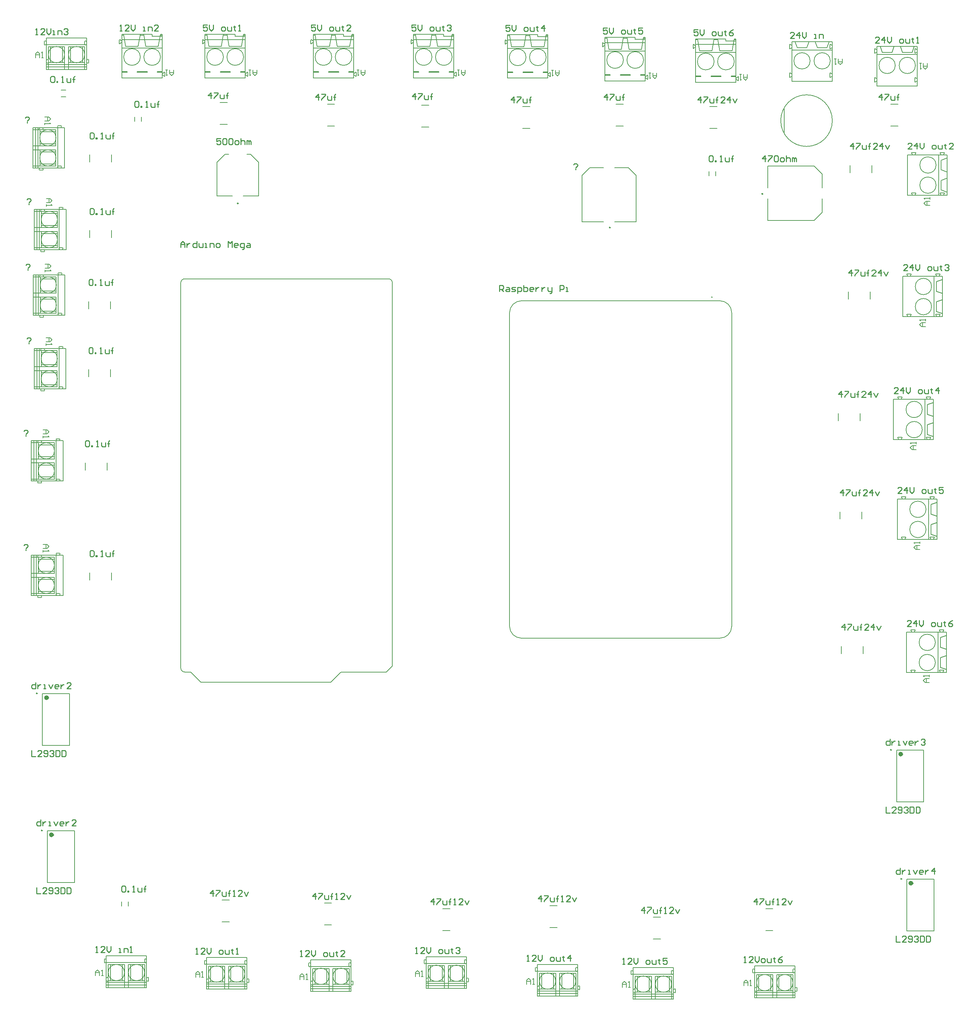
<source format=gbr>
%FSTAX25Y25*%
%MOIN*%
%SFA1B1*%

%IPPOS*%
%ADD32C,0.009843*%
%ADD33C,0.023622*%
%ADD34C,0.007874*%
%ADD35C,0.005118*%
%ADD36C,0.005905*%
%ADD37C,0.009843*%
G54D32*
X0870787Y0257952D02*
D01*
D01*
G75*
G03X0869842I-0000472J0D01*
G74*G01*
D01*
G75*
G03X0870787I0000472J0D01*
G74*G01*
X0880905Y012996D02*
D01*
D01*
G75*
G03X087996I-0000472J0D01*
G74*G01*
D01*
G75*
G03X0880905I0000472J0D01*
G74*G01*
X0022992Y0313937D02*
D01*
D01*
G75*
G03X0022047I-0000472J0D01*
G74*G01*
D01*
G75*
G03X0022992I0000472J0D01*
G74*G01*
X0591574Y0776023D02*
D01*
D01*
G75*
G03X0590629I-0000472J0D01*
G74*G01*
D01*
G75*
G03X0591574I0000472J0D01*
G74*G01*
X0027913Y0177952D02*
D01*
D01*
G75*
G03X0026968I-0000472J0D01*
G74*G01*
D01*
G75*
G03X0027913I0000472J0D01*
G74*G01*
X022248Y079996D02*
D01*
D01*
G75*
G03X0221535I-0000472J0D01*
G74*G01*
D01*
G75*
G03X022248I0000472J0D01*
G74*G01*
X0743031Y0809409D02*
D01*
D01*
G75*
G03X0742086I-0000472J0D01*
G74*G01*
D01*
G75*
G03X0743031I0000472J0D01*
G74*G01*
G54D33*
X0881141Y0253661D02*
D01*
D01*
G75*
G03X0878779I-0001181J0D01*
G74*G01*
D01*
G75*
G03X0881141I0001181J0D01*
G74*G01*
X089122Y0125669D02*
D01*
D01*
G75*
G03X0888858I-0001181J0D01*
G74*G01*
D01*
G75*
G03X089122I0001181J0D01*
G74*G01*
X0033346Y0309645D02*
D01*
D01*
G75*
G03X0030984I-0001181J0D01*
G74*G01*
D01*
G75*
G03X0033346I0001181J0D01*
G74*G01*
X0038228Y0173661D02*
D01*
D01*
G75*
G03X0035866I-0001181J0D01*
G74*G01*
D01*
G75*
G03X0038228I0001181J0D01*
G74*G01*
G54D34*
X0905078Y0476496D02*
D01*
D01*
G75*
G03X0888937I-0008070J0D01*
G74*G01*
D01*
G75*
G03X0905078I0008070J0D01*
G74*G01*
Y0496496D02*
D01*
D01*
G75*
G03X0888937I-0008070J0D01*
G74*G01*
D01*
G75*
G03X0905078I0008070J0D01*
G74*G01*
X091437Y0344488D02*
D01*
D01*
G75*
G03X0898228I-0008070J0D01*
G74*G01*
D01*
G75*
G03X091437I0008070J0D01*
G74*G01*
Y0364488D02*
D01*
D01*
G75*
G03X0898228I-0008070J0D01*
G74*G01*
D01*
G75*
G03X091437I0008070J0D01*
G74*G01*
X0810078Y0941299D02*
D01*
D01*
G75*
G03X0793937I-0008070J0D01*
G74*G01*
D01*
G75*
G03X0810078I0008070J0D01*
G74*G01*
X0790078D02*
D01*
D01*
G75*
G03X0773937I-0008070J0D01*
G74*G01*
D01*
G75*
G03X0790078I0008070J0D01*
G74*G01*
X0090118Y0050669D02*
D01*
D01*
G75*
G03X0089527Y0050314I-0000196J-0000341D01*
G74*G01*
Y0046929D02*
D01*
D01*
G75*
G03X0090118Y0046574I0000405J0000007D01*
G74*G01*
X0129527Y0046929D02*
D01*
D01*
G75*
G03X0130118Y0046574I0000405J0000007D01*
G74*G01*
X0131496Y0046692D02*
D01*
D01*
G75*
G03X0130905Y0047047I-0000405J-0000007D01*
G74*G01*
Y0050196D02*
D01*
D01*
G75*
G03X0131496Y0050551I0000196J0000341D01*
G74*G01*
X0130118Y0050669D02*
D01*
D01*
G75*
G03X0129527Y0050314I-0000196J-0000341D01*
G74*G01*
X0133464Y0032047D02*
D01*
D01*
G75*
G03X0132874Y0032401I-0000405J-0000007D01*
G74*G01*
Y0028346D02*
D01*
D01*
G75*
G03X0133464Y0028661I0000196J0000342D01*
G74*G01*
X0092086Y0028779D02*
D01*
D01*
G75*
G03X0091496Y0028425I-0000196J-0000341D01*
G74*G01*
X0092874Y0028346D02*
D01*
D01*
G75*
G03X0093464Y0028661I0000196J0000342D01*
G74*G01*
Y0032047D02*
D01*
D01*
G75*
G03X0092874Y0032401I-0000405J-0000007D01*
G74*G01*
X0091496Y0032283D02*
D01*
D01*
G75*
G03X0092086Y0031929I0000405J0000007D01*
G74*G01*
X0109566Y0037007D02*
D01*
D01*
G75*
G03X0093425I-0008070J0D01*
G74*G01*
D01*
G75*
G03X0109566I0008070J0D01*
G74*G01*
X0129566D02*
D01*
D01*
G75*
G03X0113425I-0008070J0D01*
G74*G01*
D01*
G75*
G03X0129566I0008070J0D01*
G74*G01*
X0189606Y0049133D02*
D01*
D01*
G75*
G03X0189015Y0048818I-0000196J-0000342D01*
G74*G01*
Y0045433D02*
D01*
D01*
G75*
G03X0189606Y0045078I0000405J0000007D01*
G74*G01*
X0229015Y0045433D02*
D01*
D01*
G75*
G03X0229606Y0045078I0000405J0000007D01*
G74*G01*
X0230984Y0045196D02*
D01*
D01*
G75*
G03X0230393Y0045551I-0000405J-0000007D01*
G74*G01*
Y00487D02*
D01*
D01*
G75*
G03X0230984Y0049055I0000196J0000341D01*
G74*G01*
X0229606Y0049133D02*
D01*
D01*
G75*
G03X0229015Y0048818I-0000196J-0000342D01*
G74*G01*
X0232952Y0030551D02*
D01*
D01*
G75*
G03X0232362Y0030905I-0000405J-0000007D01*
G74*G01*
Y0026811D02*
D01*
D01*
G75*
G03X0232952Y0027165I0000196J0000341D01*
G74*G01*
X0191574Y0027283D02*
D01*
D01*
G75*
G03X0190984Y0026929I-0000196J-0000341D01*
G74*G01*
X0192362Y0026811D02*
D01*
D01*
G75*
G03X0192952Y0027165I0000196J0000341D01*
G74*G01*
Y0030551D02*
D01*
D01*
G75*
G03X0192362Y0030905I-0000405J-0000007D01*
G74*G01*
X0190984Y0030787D02*
D01*
D01*
G75*
G03X0191574Y0030433I0000405J0000007D01*
G74*G01*
X0209055Y0035511D02*
D01*
D01*
G75*
G03X0192913I-0008070J0D01*
G74*G01*
D01*
G75*
G03X0209055I0008070J0D01*
G74*G01*
X0229055D02*
D01*
D01*
G75*
G03X0212913I-0008070J0D01*
G74*G01*
D01*
G75*
G03X0229055I0008070J0D01*
G74*G01*
X029311Y004685D02*
D01*
D01*
G75*
G03X0292519Y0046535I-0000196J-0000342D01*
G74*G01*
Y0043149D02*
D01*
D01*
G75*
G03X029311Y0042795I0000405J0000007D01*
G74*G01*
X0332519Y0043149D02*
D01*
D01*
G75*
G03X033311Y0042795I0000405J0000007D01*
G74*G01*
X0334488Y0042913D02*
D01*
D01*
G75*
G03X0333897Y0043228I-0000373J0000011D01*
G74*G01*
Y0046417D02*
D01*
D01*
G75*
G03X0334488Y0046732I0000196J0000342D01*
G74*G01*
X033311Y004685D02*
D01*
D01*
G75*
G03X0332519Y0046535I-0000196J-0000342D01*
G74*G01*
X0336456Y0028267D02*
D01*
D01*
G75*
G03X0335866Y0028622I-0000405J-0000007D01*
G74*G01*
Y0024527D02*
D01*
D01*
G75*
G03X0336456Y0024881I0000196J0000341D01*
G74*G01*
X0295078Y0025D02*
D01*
D01*
G75*
G03X0294488Y0024645I-0000196J-0000341D01*
G74*G01*
X0295866Y0024527D02*
D01*
D01*
G75*
G03X0296456Y0024881I0000196J0000341D01*
G74*G01*
Y0028267D02*
D01*
D01*
G75*
G03X0295866Y0028622I-0000405J-0000007D01*
G74*G01*
X0294488Y0028503D02*
D01*
D01*
G75*
G03X0295078Y0028149I0000405J0000007D01*
G74*G01*
X0312559Y0033228D02*
D01*
D01*
G75*
G03X0296417I-0008070J0D01*
G74*G01*
D01*
G75*
G03X0312559I0008070J0D01*
G74*G01*
X0332559D02*
D01*
D01*
G75*
G03X0316417I-0008070J0D01*
G74*G01*
D01*
G75*
G03X0332559I0008070J0D01*
G74*G01*
X0407637Y0049881D02*
D01*
D01*
G75*
G03X0407047Y0049527I-0000196J-0000341D01*
G74*G01*
Y0046141D02*
D01*
D01*
G75*
G03X0407637Y0045787I0000405J0000007D01*
G74*G01*
X0447047Y0046141D02*
D01*
D01*
G75*
G03X0447637Y0045787I0000405J0000007D01*
G74*G01*
X0449015Y0045905D02*
D01*
D01*
G75*
G03X0448425Y0046259I-0000405J-0000007D01*
G74*G01*
Y0049409D02*
D01*
D01*
G75*
G03X0449015Y0049763I0000196J0000341D01*
G74*G01*
X0447637Y0049881D02*
D01*
D01*
G75*
G03X0447047Y0049527I-0000196J-0000341D01*
G74*G01*
X0450984Y0031259D02*
D01*
D01*
G75*
G03X0450393Y0031614I-0000405J-0000007D01*
G74*G01*
Y0027559D02*
D01*
D01*
G75*
G03X0450984Y0027874I0000196J0000342D01*
G74*G01*
X0409606Y0027992D02*
D01*
D01*
G75*
G03X0409015Y0027637I-0000196J-0000341D01*
G74*G01*
X0410393Y0027559D02*
D01*
D01*
G75*
G03X0410984Y0027874I0000196J0000342D01*
G74*G01*
Y0031259D02*
D01*
D01*
G75*
G03X0410393Y0031614I-0000405J-0000007D01*
G74*G01*
X0409015Y0031496D02*
D01*
D01*
G75*
G03X0409606Y0031141I0000405J0000007D01*
G74*G01*
X0427086Y003622D02*
D01*
D01*
G75*
G03X0410944I-0008070J0D01*
G74*G01*
D01*
G75*
G03X0427086I0008070J0D01*
G74*G01*
X0447086D02*
D01*
D01*
G75*
G03X0430944I-0008070J0D01*
G74*G01*
D01*
G75*
G03X0447086I0008070J0D01*
G74*G01*
X051811Y0042165D02*
D01*
D01*
G75*
G03X0517519Y0041811I-0000196J-0000341D01*
G74*G01*
Y0038425D02*
D01*
D01*
G75*
G03X051811Y003807I0000405J0000007D01*
G74*G01*
X0557519Y0038425D02*
D01*
D01*
G75*
G03X055811Y003807I0000405J0000007D01*
G74*G01*
X0559488Y0038188D02*
D01*
D01*
G75*
G03X0558897Y0038543I-0000405J-0000007D01*
G74*G01*
Y0041692D02*
D01*
D01*
G75*
G03X0559488Y0042047I0000196J0000341D01*
G74*G01*
X055811Y0042165D02*
D01*
D01*
G75*
G03X0557519Y0041811I-0000196J-0000341D01*
G74*G01*
X0561456Y0023543D02*
D01*
D01*
G75*
G03X0560866Y0023897I-0000405J-0000007D01*
G74*G01*
Y0019842D02*
D01*
D01*
G75*
G03X0561456Y0020157I0000196J0000342D01*
G74*G01*
X0520078Y0020275D02*
D01*
D01*
G75*
G03X0519488Y001996I-0000196J-0000342D01*
G74*G01*
X0520866Y0019842D02*
D01*
D01*
G75*
G03X0521456Y0020157I0000196J0000342D01*
G74*G01*
Y0023543D02*
D01*
D01*
G75*
G03X0520866Y0023897I-0000405J-0000007D01*
G74*G01*
X0519488Y0023779D02*
D01*
D01*
G75*
G03X0520078Y0023464I0000373J-0000011D01*
G74*G01*
X0537559Y0028503D02*
D01*
D01*
G75*
G03X0521417I-0008070J0D01*
G74*G01*
D01*
G75*
G03X0537559I0008070J0D01*
G74*G01*
X0557559D02*
D01*
D01*
G75*
G03X0541417I-0008070J0D01*
G74*G01*
D01*
G75*
G03X0557559I0008070J0D01*
G74*G01*
X061311Y0039133D02*
D01*
D01*
G75*
G03X0612519Y0038818I-0000196J-0000342D01*
G74*G01*
Y0035433D02*
D01*
D01*
G75*
G03X061311Y0035078I0000405J0000007D01*
G74*G01*
X0652519Y0035433D02*
D01*
D01*
G75*
G03X065311Y0035078I0000405J0000007D01*
G74*G01*
X0654488Y0035196D02*
D01*
D01*
G75*
G03X0653897Y0035551I-0000405J-0000007D01*
G74*G01*
Y00387D02*
D01*
D01*
G75*
G03X0654488Y0039055I0000196J0000341D01*
G74*G01*
X065311Y0039133D02*
D01*
D01*
G75*
G03X0652519Y0038818I-0000196J-0000342D01*
G74*G01*
X0656456Y0020551D02*
D01*
D01*
G75*
G03X0655866Y0020905I-0000405J-0000007D01*
G74*G01*
Y0016811D02*
D01*
D01*
G75*
G03X0656456Y0017165I0000196J0000341D01*
G74*G01*
X0615078Y0017283D02*
D01*
D01*
G75*
G03X0614488Y0016929I-0000196J-0000341D01*
G74*G01*
X0615866Y0016811D02*
D01*
D01*
G75*
G03X0616456Y0017165I0000196J0000341D01*
G74*G01*
Y0020551D02*
D01*
D01*
G75*
G03X0615866Y0020905I-0000405J-0000007D01*
G74*G01*
X0614488Y0020787D02*
D01*
D01*
G75*
G03X0615078Y0020433I0000405J0000007D01*
G74*G01*
X0632559Y0025511D02*
D01*
D01*
G75*
G03X0616417I-0008070J0D01*
G74*G01*
D01*
G75*
G03X0632559I0008070J0D01*
G74*G01*
X0652559D02*
D01*
D01*
G75*
G03X0636417I-0008070J0D01*
G74*G01*
D01*
G75*
G03X0652559I0008070J0D01*
G74*G01*
X0733622Y0040669D02*
D01*
D01*
G75*
G03X0733031Y0040314I-0000196J-0000341D01*
G74*G01*
Y0036929D02*
D01*
D01*
G75*
G03X0733622Y0036574I0000405J0000007D01*
G74*G01*
X0773031Y0036929D02*
D01*
D01*
G75*
G03X0773622Y0036574I0000405J0000007D01*
G74*G01*
X0775Y0036692D02*
D01*
D01*
G75*
G03X0774409Y0037047I-0000405J-0000007D01*
G74*G01*
Y0040196D02*
D01*
D01*
G75*
G03X0775Y0040551I0000196J0000341D01*
G74*G01*
X0773622Y0040669D02*
D01*
D01*
G75*
G03X0773031Y0040314I-0000196J-0000341D01*
G74*G01*
X0776968Y0022047D02*
D01*
D01*
G75*
G03X0776377Y0022401I-0000405J-0000007D01*
G74*G01*
Y0018346D02*
D01*
D01*
G75*
G03X0776968Y0018661I0000196J0000342D01*
G74*G01*
X073559Y0018779D02*
D01*
D01*
G75*
G03X0735Y0018425I-0000196J-0000341D01*
G74*G01*
X0736377Y0018346D02*
D01*
D01*
G75*
G03X0736968Y0018661I0000196J0000342D01*
G74*G01*
Y0022047D02*
D01*
D01*
G75*
G03X0736377Y0022401I-0000405J-0000007D01*
G74*G01*
X0735Y0022283D02*
D01*
D01*
G75*
G03X073559Y0021929I0000405J0000007D01*
G74*G01*
X075307Y0027007D02*
D01*
D01*
G75*
G03X0736929I-0008070J0D01*
G74*G01*
D01*
G75*
G03X075307I0008070J0D01*
G74*G01*
X077307D02*
D01*
D01*
G75*
G03X0756929I-0008070J0D01*
G74*G01*
D01*
G75*
G03X077307I0008070J0D01*
G74*G01*
X0894566Y0936771D02*
D01*
D01*
G75*
G03X0878425I-0008070J0D01*
G74*G01*
D01*
G75*
G03X0894566I0008070J0D01*
G74*G01*
X0874566D02*
D01*
D01*
G75*
G03X0858425I-0008070J0D01*
G74*G01*
D01*
G75*
G03X0874566I0008070J0D01*
G74*G01*
X0915078Y0817992D02*
D01*
D01*
G75*
G03X0898937I-0008070J0D01*
G74*G01*
D01*
G75*
G03X0915078I0008070J0D01*
G74*G01*
Y0837992D02*
D01*
D01*
G75*
G03X0898937I-0008070J0D01*
G74*G01*
D01*
G75*
G03X0915078I0008070J0D01*
G74*G01*
X091059Y069748D02*
D01*
D01*
G75*
G03X0894448I-0008070J0D01*
G74*G01*
D01*
G75*
G03X091059I0008070J0D01*
G74*G01*
Y071748D02*
D01*
D01*
G75*
G03X0894448I-0008070J0D01*
G74*G01*
D01*
G75*
G03X091059I0008070J0D01*
G74*G01*
X0901377Y0575511D02*
D01*
D01*
G75*
G03X0885236I-0008070J0D01*
G74*G01*
D01*
G75*
G03X0901377I0008070J0D01*
G74*G01*
Y0595511D02*
D01*
D01*
G75*
G03X0885236I-0008070J0D01*
G74*G01*
D01*
G75*
G03X0901377I0008070J0D01*
G74*G01*
X0585511Y0958188D02*
D01*
D01*
G75*
G03X0585629Y0958149I0000076J0000034D01*
G74*G01*
X0584724Y0959133D02*
D01*
D01*
G75*
G03X0584566Y0959212I-0000157J-0000118D01*
G74*G01*
X0584173D02*
D01*
D01*
G75*
G03X0583976Y0959015I0J-0000196D01*
G74*G01*
Y0955472D02*
D01*
D01*
G75*
G03X0584173Y0955275I0000196J0D01*
G74*G01*
X0584566D02*
D01*
D01*
G75*
G03X0584724Y0955354I0J0000196D01*
G74*G01*
X0585629Y0956377D02*
D01*
D01*
G75*
G03X0585511Y0956299I-0000018J-0000100D01*
G74*G01*
X0604763Y0942125D02*
D01*
D01*
G75*
G03X0588228I-0008267J0D01*
G74*G01*
D01*
G75*
G03X0604763I0008267J0D01*
G74*G01*
X0624763D02*
D01*
D01*
G75*
G03X0608228I-0008267J0D01*
G74*G01*
D01*
G75*
G03X0624763I0008267J0D01*
G74*G01*
X0627362Y0925944D02*
D01*
D01*
G75*
G03X0627519Y0926023I0J0000196D01*
G74*G01*
X0628464Y0927047D02*
D01*
D01*
G75*
G03X0628307Y0926968I0J-0000196D01*
G74*G01*
X0629015Y092685D02*
D01*
D01*
G75*
G03X0628818Y0927047I-0000196J0D01*
G74*G01*
Y092311D02*
D01*
D01*
G75*
G03X0629015Y0923307I0J0000196D01*
G74*G01*
X0628307Y0923149D02*
D01*
D01*
G75*
G03X0628464Y092311I0000095J0000045D01*
G74*G01*
X0627519Y0924094D02*
D01*
D01*
G75*
G03X0627362Y0924173I-0000157J-0000118D01*
G74*G01*
X0188503Y096122D02*
D01*
D01*
G75*
G03X0188661Y0961141I0000157J0000118D01*
G74*G01*
X0187716Y0962165D02*
D01*
D01*
G75*
G03X0187559Y0962204I-0000095J-0000045D01*
G74*G01*
X0187165D02*
D01*
D01*
G75*
G03X0186968Y0962007I0J-0000196D01*
G74*G01*
Y0958464D02*
D01*
D01*
G75*
G03X0187165Y0958267I0000196J0D01*
G74*G01*
X0187559D02*
D01*
D01*
G75*
G03X0187716Y0958346I-0J0000196D01*
G74*G01*
X0188661Y095937D02*
D01*
D01*
G75*
G03X0188503Y0959291I0J-0000196D01*
G74*G01*
X0207755Y0945118D02*
D01*
D01*
G75*
G03X019122I-0008267J0D01*
G74*G01*
D01*
G75*
G03X0207755I0008267J0D01*
G74*G01*
X0227755D02*
D01*
D01*
G75*
G03X021122I-0008267J0D01*
G74*G01*
D01*
G75*
G03X0227755I0008267J0D01*
G74*G01*
X0230354Y0928937D02*
D01*
D01*
G75*
G03X0230511Y0929015I-0J0000196D01*
G74*G01*
X0231456Y0930039D02*
D01*
D01*
G75*
G03X0231299Y092996I0J-0000196D01*
G74*G01*
X0232007Y0929842D02*
D01*
D01*
G75*
G03X0231811Y0930039I-0000196J0D01*
G74*G01*
Y0926102D02*
D01*
D01*
G75*
G03X0232007Y0926299I0J0000196D01*
G74*G01*
X0231299Y0926181D02*
D01*
D01*
G75*
G03X0231456Y0926102I0000157J0000118D01*
G74*G01*
X0230511Y0927125D02*
D01*
D01*
G75*
G03X0230354Y0927165I-0000095J-0000045D01*
G74*G01*
X0105984Y096122D02*
D01*
D01*
G75*
G03X0106141Y0961141I0000157J0000118D01*
G74*G01*
X0105196Y0962165D02*
D01*
D01*
G75*
G03X0105039Y0962204I-0000095J-0000045D01*
G74*G01*
X0104685D02*
D01*
D01*
G75*
G03X0104488Y0962007I0J-0000196D01*
G74*G01*
Y0958464D02*
D01*
D01*
G75*
G03X0104685Y0958267I0000196J0D01*
G74*G01*
X0105039D02*
D01*
D01*
G75*
G03X0105196Y0958346I-0J0000196D01*
G74*G01*
X0106141Y095937D02*
D01*
D01*
G75*
G03X0105984Y0959291I0J-0000196D01*
G74*G01*
X0125275Y0945118D02*
D01*
D01*
G75*
G03X010874I-0008267J0D01*
G74*G01*
D01*
G75*
G03X0125275I0008267J0D01*
G74*G01*
X0145275D02*
D01*
D01*
G75*
G03X012874I-0008267J0D01*
G74*G01*
D01*
G75*
G03X0145275I0008267J0D01*
G74*G01*
X0147834Y0928937D02*
D01*
D01*
G75*
G03X0147992Y0929015I-0J0000196D01*
G74*G01*
X0148937Y0930039D02*
D01*
D01*
G75*
G03X0148779Y092996I0J-0000196D01*
G74*G01*
X0149527Y0929842D02*
D01*
D01*
G75*
G03X014933Y0930039I-0000196J0D01*
G74*G01*
Y0926102D02*
D01*
D01*
G75*
G03X0149527Y0926299I0J0000196D01*
G74*G01*
X0148779Y0926181D02*
D01*
D01*
G75*
G03X0148937Y0926102I0000157J0000118D01*
G74*G01*
X0147992Y0927125D02*
D01*
D01*
G75*
G03X0147834Y0927165I-0000095J-0000045D01*
G74*G01*
X0295984Y096122D02*
D01*
D01*
G75*
G03X0296141Y0961141I0000157J0000118D01*
G74*G01*
X0295196Y0962165D02*
D01*
D01*
G75*
G03X0295039Y0962204I-0000095J-0000045D01*
G74*G01*
X0294685D02*
D01*
D01*
G75*
G03X0294488Y0962007I0J-0000196D01*
G74*G01*
Y0958464D02*
D01*
D01*
G75*
G03X0294685Y0958267I0000196J0D01*
G74*G01*
X0295039D02*
D01*
D01*
G75*
G03X0295196Y0958346I-0J0000196D01*
G74*G01*
X0296141Y095937D02*
D01*
D01*
G75*
G03X0295984Y0959291I0J-0000196D01*
G74*G01*
X0315275Y0945118D02*
D01*
D01*
G75*
G03X029874I-0008267J0D01*
G74*G01*
D01*
G75*
G03X0315275I0008267J0D01*
G74*G01*
X0335275D02*
D01*
D01*
G75*
G03X031874I-0008267J0D01*
G74*G01*
D01*
G75*
G03X0335275I0008267J0D01*
G74*G01*
X0337834Y0928937D02*
D01*
D01*
G75*
G03X0337992Y0929015I-0J0000196D01*
G74*G01*
X0338937Y0930039D02*
D01*
D01*
G75*
G03X0338779Y092996I0J-0000196D01*
G74*G01*
X0339527Y0929842D02*
D01*
D01*
G75*
G03X033933Y0930039I-0000196J0D01*
G74*G01*
Y0926102D02*
D01*
D01*
G75*
G03X0339527Y0926299I0J0000196D01*
G74*G01*
X0338779Y0926181D02*
D01*
D01*
G75*
G03X0338937Y0926102I0000157J0000118D01*
G74*G01*
X0337992Y0927125D02*
D01*
D01*
G75*
G03X0337834Y0927165I-0000095J-0000045D01*
G74*G01*
X0395511Y096122D02*
D01*
D01*
G75*
G03X0395629Y0961141I0000181J0000144D01*
G74*G01*
X0394724Y0962165D02*
D01*
D01*
G75*
G03X0394566Y0962204I-0000095J-0000045D01*
G74*G01*
X0394173D02*
D01*
D01*
G75*
G03X0393976Y0962007I-0J-0000196D01*
G74*G01*
Y0958464D02*
D01*
D01*
G75*
G03X0394173Y0958267I0000196J0D01*
G74*G01*
X0394566D02*
D01*
D01*
G75*
G03X0394724Y0958346I-0J0000196D01*
G74*G01*
X0395629Y095937D02*
D01*
D01*
G75*
G03X0395511Y0959291I-0000018J-0000100D01*
G74*G01*
X0414763Y0945118D02*
D01*
D01*
G75*
G03X0398228I-0008267J0D01*
G74*G01*
D01*
G75*
G03X0414763I0008267J0D01*
G74*G01*
X0434763D02*
D01*
D01*
G75*
G03X0418228I-0008267J0D01*
G74*G01*
D01*
G75*
G03X0434763I0008267J0D01*
G74*G01*
X0437362Y0928937D02*
D01*
D01*
G75*
G03X0437519Y0929015I0J0000196D01*
G74*G01*
X0438464Y0930039D02*
D01*
D01*
G75*
G03X0438307Y092996I0J-0000196D01*
G74*G01*
X0439015Y0929842D02*
D01*
D01*
G75*
G03X0438818Y0930039I-0000196J0D01*
G74*G01*
Y0926102D02*
D01*
D01*
G75*
G03X0439015Y0926299I0J0000196D01*
G74*G01*
X0438307Y0926181D02*
D01*
D01*
G75*
G03X0438464Y0926102I0000157J0000118D01*
G74*G01*
X0437519Y0927125D02*
D01*
D01*
G75*
G03X0437362Y0927165I-0000095J-0000045D01*
G74*G01*
X0488858Y0960905D02*
D01*
D01*
G75*
G03X0488976Y0960826I0000181J0000144D01*
G74*G01*
X0488031Y096185D02*
D01*
D01*
G75*
G03X0487913Y0961929I-0000181J-0000144D01*
G74*G01*
X0487519D02*
D01*
D01*
G75*
G03X0487322Y0961732I0J-0000196D01*
G74*G01*
Y0958188D02*
D01*
D01*
G75*
G03X0487519Y0957992I0000196J0D01*
G74*G01*
X0487913D02*
D01*
D01*
G75*
G03X0488031Y0958031I0J0000196D01*
G74*G01*
X0488976Y0959055D02*
D01*
D01*
G75*
G03X0488858Y0958976I-0000018J-0000100D01*
G74*G01*
X050811Y0944842D02*
D01*
D01*
G75*
G03X0491574I-0008267J0D01*
G74*G01*
D01*
G75*
G03X050811I0008267J0D01*
G74*G01*
X052811D02*
D01*
D01*
G75*
G03X0511574I-0008267J0D01*
G74*G01*
D01*
G75*
G03X052811I0008267J0D01*
G74*G01*
X0530708Y0928661D02*
D01*
D01*
G75*
G03X0530826Y09287I-0J0000196D01*
G74*G01*
X0531771Y0929724D02*
D01*
D01*
G75*
G03X0531653Y0929645I-0000018J-0000100D01*
G74*G01*
X0532362Y0929527D02*
D01*
D01*
G75*
G03X0532165Y0929724I-0000196J0D01*
G74*G01*
Y0925787D02*
D01*
D01*
G75*
G03X0532362Y0925984I0J0000196D01*
G74*G01*
X0531653Y0925866D02*
D01*
D01*
G75*
G03X0531771Y0925787I0000181J0000144D01*
G74*G01*
X0530826Y0926811D02*
D01*
D01*
G75*
G03X0530708Y0926889I-0000181J-0000144D01*
G74*G01*
X0675511Y0956692D02*
D01*
D01*
G75*
G03X0675629Y0956653I0000076J0000034D01*
G74*G01*
X0674724Y0957637D02*
D01*
D01*
G75*
G03X0674566Y0957716I-0000157J-0000118D01*
G74*G01*
X0674173D02*
D01*
D01*
G75*
G03X0673976Y0957519I0J-0000196D01*
G74*G01*
Y0953976D02*
D01*
D01*
G75*
G03X0674173Y0953779I0000196J0D01*
G74*G01*
X0674566D02*
D01*
D01*
G75*
G03X0674724Y0953858I0J0000196D01*
G74*G01*
X0675629Y0954881D02*
D01*
D01*
G75*
G03X0675511Y0954803I-0000018J-0000100D01*
G74*G01*
X0694763Y0940629D02*
D01*
D01*
G75*
G03X0678228I-0008267J0D01*
G74*G01*
D01*
G75*
G03X0694763I0008267J0D01*
G74*G01*
X0714763D02*
D01*
D01*
G75*
G03X0698228I-0008267J0D01*
G74*G01*
D01*
G75*
G03X0714763I0008267J0D01*
G74*G01*
X0717362Y0924448D02*
D01*
D01*
G75*
G03X0717519Y0924527I0J0000196D01*
G74*G01*
X0718464Y0925551D02*
D01*
D01*
G75*
G03X0718307Y0925472I0J-0000196D01*
G74*G01*
X0719015Y0925354D02*
D01*
D01*
G75*
G03X0718818Y0925551I-0000196J0D01*
G74*G01*
Y0921614D02*
D01*
D01*
G75*
G03X0719015Y0921811I0J0000196D01*
G74*G01*
X0718307Y0921653D02*
D01*
D01*
G75*
G03X0718464Y0921614I0000095J0000045D01*
G74*G01*
X0717519Y0922598D02*
D01*
D01*
G75*
G03X0717362Y0922677I-0000157J-0000118D01*
G74*G01*
X0045669Y0452362D02*
D01*
D01*
G75*
G03X0045314Y0452952I-0000341J0000196D01*
G74*G01*
X0041929D02*
D01*
D01*
G75*
G03X0041574Y0452362I0000007J-0000405D01*
G74*G01*
X0041929Y0412952D02*
D01*
D01*
G75*
G03X0041574Y0412362I0000007J-0000405D01*
G74*G01*
X0041692Y0410984D02*
D01*
D01*
G75*
G03X0042047Y0411574I-0000007J0000405D01*
G74*G01*
X0045196D02*
D01*
D01*
G75*
G03X0045551Y0410984I0000341J-0000196D01*
G74*G01*
X0045669Y0412362D02*
D01*
D01*
G75*
G03X0045314Y0412952I-0000341J0000196D01*
G74*G01*
X0027047Y0409015D02*
D01*
D01*
G75*
G03X0027401Y0409606I-0000007J0000405D01*
G74*G01*
X0023346D02*
D01*
D01*
G75*
G03X0023661Y0409015I0000342J-0000196D01*
G74*G01*
X0023779Y0450393D02*
D01*
D01*
G75*
G03X0023425Y0450984I-0000341J0000196D01*
G74*G01*
X0023346Y0449606D02*
D01*
D01*
G75*
G03X0023661Y0449015I0000342J-0000196D01*
G74*G01*
X0027047D02*
D01*
D01*
G75*
G03X0027401Y0449606I-0000007J0000405D01*
G74*G01*
X0027283Y0450984D02*
D01*
D01*
G75*
G03X0026929Y0450393I0000007J-0000405D01*
G74*G01*
X0040078Y0440984D02*
D01*
D01*
G75*
G03X0023937I-0008070J0D01*
G74*G01*
D01*
G75*
G03X0040078I0008070J0D01*
G74*G01*
Y0420984D02*
D01*
D01*
G75*
G03X0023937I-0008070J0D01*
G74*G01*
D01*
G75*
G03X0040078I0008070J0D01*
G74*G01*
X0030629Y0961141D02*
D01*
D01*
G75*
G03X0030039Y0960826I-0000196J-0000342D01*
G74*G01*
Y0957401D02*
D01*
D01*
G75*
G03X0030629Y0957086I0000373J-0000011D01*
G74*G01*
X0070039Y0957401D02*
D01*
D01*
G75*
G03X0070629Y0957086I0000373J-0000011D01*
G74*G01*
X0072007Y0957204D02*
D01*
D01*
G75*
G03X0071417Y0957519I-0000373J0000011D01*
G74*G01*
Y0960708D02*
D01*
D01*
G75*
G03X0072007Y0961023I0000196J0000342D01*
G74*G01*
X0070629Y0961141D02*
D01*
D01*
G75*
G03X0070039Y0960826I-0000196J-0000342D01*
G74*G01*
X0073976Y0942559D02*
D01*
D01*
G75*
G03X0073385Y0942913I-0000405J-0000007D01*
G74*G01*
Y0938818D02*
D01*
D01*
G75*
G03X0073976Y0939173I0000196J0000341D01*
G74*G01*
X0032598Y0939291D02*
D01*
D01*
G75*
G03X0032007Y0938937I-0000196J-0000341D01*
G74*G01*
X0033385Y0938818D02*
D01*
D01*
G75*
G03X0033976Y0939173I0000196J0000341D01*
G74*G01*
Y0942559D02*
D01*
D01*
G75*
G03X0033385Y0942913I-0000405J-0000007D01*
G74*G01*
X0032007Y0942795D02*
D01*
D01*
G75*
G03X0032598Y094244I0000405J0000007D01*
G74*G01*
X0050078Y094748D02*
D01*
D01*
G75*
G03X0033937I-0008070J0D01*
G74*G01*
D01*
G75*
G03X0050078I0008070J0D01*
G74*G01*
X0070078D02*
D01*
D01*
G75*
G03X0053937I-0008070J0D01*
G74*G01*
D01*
G75*
G03X0070078I0008070J0D01*
G74*G01*
X0047165Y0876377D02*
D01*
D01*
G75*
G03X0046811Y0876968I-0000341J0000196D01*
G74*G01*
X0043425D02*
D01*
D01*
G75*
G03X004307Y0876377I0000007J-0000405D01*
G74*G01*
X0043425Y0836968D02*
D01*
D01*
G75*
G03X004307Y0836377I0000007J-0000405D01*
G74*G01*
X0043188Y0835D02*
D01*
D01*
G75*
G03X0043543Y083559I-0000007J0000405D01*
G74*G01*
X0046692D02*
D01*
D01*
G75*
G03X0047047Y0835I0000341J-0000196D01*
G74*G01*
X0047165Y0836377D02*
D01*
D01*
G75*
G03X0046811Y0836968I-0000341J0000196D01*
G74*G01*
X0028543Y0833031D02*
D01*
D01*
G75*
G03X0028897Y0833622I-0000007J0000405D01*
G74*G01*
X0024842D02*
D01*
D01*
G75*
G03X0025157Y0833031I0000342J-0000196D01*
G74*G01*
X0025275Y0874409D02*
D01*
D01*
G75*
G03X002496Y0875I-0000342J0000196D01*
G74*G01*
X0024842Y0873622D02*
D01*
D01*
G75*
G03X0025157Y0873031I0000342J-0000196D01*
G74*G01*
X0028543D02*
D01*
D01*
G75*
G03X0028897Y0873622I-0000007J0000405D01*
G74*G01*
X0028779Y0875D02*
D01*
D01*
G75*
G03X0028464Y0874409I-0000011J-0000373D01*
G74*G01*
X0041574Y0865D02*
D01*
D01*
G75*
G03X0025433I-0008070J0D01*
G74*G01*
D01*
G75*
G03X0041574I0008070J0D01*
G74*G01*
Y0845D02*
D01*
D01*
G75*
G03X0025433I-0008070J0D01*
G74*G01*
D01*
G75*
G03X0041574I0008070J0D01*
G74*G01*
X0048661Y0795393D02*
D01*
D01*
G75*
G03X0048307Y0795984I-0000341J0000196D01*
G74*G01*
X0044921D02*
D01*
D01*
G75*
G03X0044566Y0795393I0000007J-0000405D01*
G74*G01*
X0044921Y0755984D02*
D01*
D01*
G75*
G03X0044566Y0755393I0000007J-0000405D01*
G74*G01*
X0044685Y0754015D02*
D01*
D01*
G75*
G03X0045039Y0754606I-0000007J0000405D01*
G74*G01*
X0048188D02*
D01*
D01*
G75*
G03X0048543Y0754015I0000341J-0000196D01*
G74*G01*
X0048661Y0755393D02*
D01*
D01*
G75*
G03X0048307Y0755984I-0000341J0000196D01*
G74*G01*
X0030078Y0752047D02*
D01*
D01*
G75*
G03X0030393Y0752637I0000011J0000373D01*
G74*G01*
X0026338D02*
D01*
D01*
G75*
G03X0026653Y0752047I0000342J-0000196D01*
G74*G01*
X0026771Y0793425D02*
D01*
D01*
G75*
G03X0026456Y0794015I-0000342J0000196D01*
G74*G01*
X0026338Y0792637D02*
D01*
D01*
G75*
G03X0026653Y0792047I0000342J-0000196D01*
G74*G01*
X0030078D02*
D01*
D01*
G75*
G03X0030393Y0792637I0000011J0000373D01*
G74*G01*
X0030275Y0794015D02*
D01*
D01*
G75*
G03X002996Y0793425I-0000011J-0000373D01*
G74*G01*
X004307Y0784015D02*
D01*
D01*
G75*
G03X0026929I-0008070J0D01*
G74*G01*
D01*
G75*
G03X004307I0008070J0D01*
G74*G01*
Y0764015D02*
D01*
D01*
G75*
G03X0026929I-0008070J0D01*
G74*G01*
D01*
G75*
G03X004307I0008070J0D01*
G74*G01*
X0045669Y0565866D02*
D01*
D01*
G75*
G03X0045314Y0566456I-0000341J0000196D01*
G74*G01*
X0041929D02*
D01*
D01*
G75*
G03X0041574Y0565866I0000007J-0000405D01*
G74*G01*
X0041929Y0526456D02*
D01*
D01*
G75*
G03X0041574Y0525866I0000007J-0000405D01*
G74*G01*
X0041692Y0524488D02*
D01*
D01*
G75*
G03X0042047Y0525078I-0000007J0000405D01*
G74*G01*
X0045196D02*
D01*
D01*
G75*
G03X0045551Y0524488I0000341J-0000196D01*
G74*G01*
X0045669Y0525866D02*
D01*
D01*
G75*
G03X0045314Y0526456I-0000341J0000196D01*
G74*G01*
X0027047Y0522519D02*
D01*
D01*
G75*
G03X0027401Y052311I-0000007J0000405D01*
G74*G01*
X0023346D02*
D01*
D01*
G75*
G03X0023661Y0522519I0000342J-0000196D01*
G74*G01*
X0023779Y0563897D02*
D01*
D01*
G75*
G03X0023425Y0564488I-0000341J0000196D01*
G74*G01*
X0023346Y056311D02*
D01*
D01*
G75*
G03X0023661Y0562519I0000342J-0000196D01*
G74*G01*
X0027047D02*
D01*
D01*
G75*
G03X0027401Y056311I-0000007J0000405D01*
G74*G01*
X0027283Y0564488D02*
D01*
D01*
G75*
G03X0026929Y0563897I0000007J-0000405D01*
G74*G01*
X0040078Y0554488D02*
D01*
D01*
G75*
G03X0023937I-0008070J0D01*
G74*G01*
D01*
G75*
G03X0040078I0008070J0D01*
G74*G01*
Y0534488D02*
D01*
D01*
G75*
G03X0023937I-0008070J0D01*
G74*G01*
D01*
G75*
G03X0040078I0008070J0D01*
G74*G01*
X0047559Y0730393D02*
D01*
D01*
G75*
G03X0047244Y0730984I-0000342J0000196D01*
G74*G01*
X0043858D02*
D01*
D01*
G75*
G03X0043503Y0730393I0000007J-0000405D01*
G74*G01*
X0043858Y0690984D02*
D01*
D01*
G75*
G03X0043503Y0690393I0000007J-0000405D01*
G74*G01*
X0043622Y0689015D02*
D01*
D01*
G75*
G03X0043976Y0689606I-0000007J0000405D01*
G74*G01*
X0047125D02*
D01*
D01*
G75*
G03X004748Y0689015I0000341J-0000196D01*
G74*G01*
X0047559Y0690393D02*
D01*
D01*
G75*
G03X0047244Y0690984I-0000342J0000196D01*
G74*G01*
X0028976Y0687047D02*
D01*
D01*
G75*
G03X002933Y0687637I-0000007J0000405D01*
G74*G01*
X0025236D02*
D01*
D01*
G75*
G03X002559Y0687047I0000341J-0000196D01*
G74*G01*
X0025708Y0728425D02*
D01*
D01*
G75*
G03X0025354Y0729015I-0000341J0000196D01*
G74*G01*
X0025236Y0727637D02*
D01*
D01*
G75*
G03X002559Y0727047I0000341J-0000196D01*
G74*G01*
X0028976D02*
D01*
D01*
G75*
G03X002933Y0727637I-0000007J0000405D01*
G74*G01*
X0029212Y0729015D02*
D01*
D01*
G75*
G03X0028858Y0728425I0000007J-0000405D01*
G74*G01*
X0042007Y0719015D02*
D01*
D01*
G75*
G03X0025866I-0008070J0D01*
G74*G01*
D01*
G75*
G03X0042007I0008070J0D01*
G74*G01*
Y0699015D02*
D01*
D01*
G75*
G03X0025866I-0008070J0D01*
G74*G01*
D01*
G75*
G03X0042007I0008070J0D01*
G74*G01*
X0048582Y0657362D02*
D01*
D01*
G75*
G03X0048228Y0657952I-0000341J0000196D01*
G74*G01*
X0044842D02*
D01*
D01*
G75*
G03X0044488Y0657362I0000007J-0000405D01*
G74*G01*
X0044842Y0617952D02*
D01*
D01*
G75*
G03X0044488Y0617362I0000007J-0000405D01*
G74*G01*
X0044606Y0615984D02*
D01*
D01*
G75*
G03X004496Y0616574I-0000007J0000405D01*
G74*G01*
X004811D02*
D01*
D01*
G75*
G03X0048464Y0615984I0000341J-0000196D01*
G74*G01*
X0048582Y0617362D02*
D01*
D01*
G75*
G03X0048228Y0617952I-0000341J0000196D01*
G74*G01*
X003Y0614015D02*
D01*
D01*
G75*
G03X0030314Y0614606I0000011J0000373D01*
G74*G01*
X0026259D02*
D01*
D01*
G75*
G03X0026614Y0614015I0000341J-0000196D01*
G74*G01*
X0026692Y0655393D02*
D01*
D01*
G75*
G03X0026377Y0655984I-0000342J0000196D01*
G74*G01*
X0026259Y0654606D02*
D01*
D01*
G75*
G03X0026614Y0654015I0000341J-0000196D01*
G74*G01*
X003D02*
D01*
D01*
G75*
G03X0030314Y0654606I0000011J0000373D01*
G74*G01*
X0030196Y0655984D02*
D01*
D01*
G75*
G03X0029881Y0655393I-0000011J-0000373D01*
G74*G01*
X0042992Y0645984D02*
D01*
D01*
G75*
G03X002685I-0008070J0D01*
G74*G01*
D01*
G75*
G03X0042992I0008070J0D01*
G74*G01*
Y0625984D02*
D01*
D01*
G75*
G03X002685I-0008070J0D01*
G74*G01*
D01*
G75*
G03X0042992I0008070J0D01*
G74*G01*
X0692952Y070685D02*
D01*
D01*
G75*
G03X0692165I-0000393J0D01*
G74*G01*
D01*
G75*
G03X0692952I0000393J0D01*
G74*G01*
X0876023Y0206417D02*
Y0257598D01*
X0902795Y0206417D02*
Y0257598D01*
X0876023D02*
X0902795D01*
X0876023Y0206417D02*
X0902795D01*
X0886102Y0078425D02*
Y0129606D01*
X0912874Y0078425D02*
Y0129606D01*
X0886102D02*
X0912874D01*
X0886102Y0078425D02*
X0912874D01*
X0028188Y0262401D02*
Y0313582D01*
X0055Y0262401D02*
Y0313582D01*
X0028188D02*
X0055D01*
X0028188Y0262401D02*
X0055D01*
X0046732Y091244D02*
X0051259D01*
X0046732Y0905551D02*
X0051259D01*
X040437Y0875669D02*
X0411653D01*
X040437Y0897322D02*
X0411653D01*
X0907716Y0466496D02*
Y0506496D01*
X091Y0471771D02*
X0915905Y0469606D01*
X091Y0471771D02*
Y0481259D01*
X0915905Y0483385*
Y0469606D02*
Y0483385D01*
X091Y0501259D02*
X0915905Y0503385D01*
Y0489606D02*
Y0503385D01*
X091Y0491771D02*
X0915905Y0489606D01*
X091Y0491771D02*
Y0501259D01*
X0884291Y0466496D02*
Y0467598D01*
X0881299Y0466496D02*
Y0467598D01*
X0880629Y0468267D02*
X0881299Y0467598D01*
X0880629Y0468267D02*
Y0468858D01*
X088496*
Y0468267D02*
Y0468858D01*
X0884291Y0467598D02*
X088496Y0468267D01*
X0876535Y0466496D02*
X0915905D01*
X0876535D02*
Y0506496D01*
X0915905Y0466496D02*
Y0506496D01*
X0912795Y0466496D02*
Y0467598D01*
X0913464Y0468267*
Y0468858*
X0909133D02*
X0913464D01*
X0909133Y0468267D02*
Y0468858D01*
Y0468267D02*
X0909803Y0467598D01*
Y0466496D02*
Y0467598D01*
X0876535Y0506496D02*
X0915905D01*
X0876535D02*
X0881299D01*
Y0507598*
X0880629Y0508267D02*
X0881299Y0507598D01*
X0880629Y0508267D02*
Y0508858D01*
X088496*
Y0508267D02*
Y0508858D01*
X0884291Y0507598D02*
X088496Y0508267D01*
X0884291Y0506496D02*
Y0507598D01*
Y0506496D02*
X0909803D01*
Y0507598*
X0909133Y0508267D02*
X0909803Y0507598D01*
X0909133Y0508267D02*
Y0508858D01*
X0913464*
Y0508267D02*
Y0508858D01*
X0912795Y0507598D02*
X0913464Y0508267D01*
X0912795Y0506496D02*
Y0507598D01*
Y0506496D02*
X0915905D01*
X0917007Y0334488D02*
Y0374488D01*
X0919291Y0339763D02*
X0925196Y0337598D01*
X0919291Y0339763D02*
Y0349251D01*
X0925196Y0351377*
Y0337598D02*
Y0351377D01*
X0919291Y0369251D02*
X0925196Y0371377D01*
Y0357598D02*
Y0371377D01*
X0919291Y0359763D02*
X0925196Y0357598D01*
X0919291Y0359763D02*
Y0369251D01*
X0893582Y0334488D02*
Y033559D01*
X089059Y0334488D02*
Y033559D01*
X0889921Y0336259D02*
X089059Y033559D01*
X0889921Y0336259D02*
Y033685D01*
X0894251*
Y0336259D02*
Y033685D01*
X0893582Y033559D02*
X0894251Y0336259D01*
X0885826Y0334488D02*
X0925196D01*
X0885826D02*
Y0374488D01*
X0925196Y0334488D02*
Y0374488D01*
X0922086Y0334488D02*
Y033559D01*
X0922755Y0336259*
Y033685*
X0918425D02*
X0922755D01*
X0918425Y0336259D02*
Y033685D01*
Y0336259D02*
X0919094Y033559D01*
Y0334488D02*
Y033559D01*
X0885826Y0374488D02*
X0925196D01*
X0885826D02*
X089059D01*
Y037559*
X0889921Y0376259D02*
X089059Y037559D01*
X0889921Y0376259D02*
Y037685D01*
X0894251*
Y0376259D02*
Y037685D01*
X0893582Y037559D02*
X0894251Y0376259D01*
X0893582Y0374488D02*
Y037559D01*
Y0374488D02*
X0919094D01*
Y037559*
X0918425Y0376259D02*
X0919094Y037559D01*
X0918425Y0376259D02*
Y037685D01*
X0922755*
Y0376259D02*
Y037685D01*
X0922086Y037559D02*
X0922755Y0376259D01*
X0922086Y0374488D02*
Y037559D01*
Y0374488D02*
X0925196D01*
X0772007Y0952007D02*
X0812007D01*
X0806732Y0954291D02*
X0808897Y0960196D01*
X0797244Y0954291D02*
X0806732D01*
X0795118Y0960196D02*
X0797244Y0954291D01*
X0795118Y0960196D02*
X0808897D01*
X0775118D02*
X0777244Y0954291D01*
X0775118Y0960196D02*
X0788897D01*
X0786732Y0954291D02*
X0788897Y0960196D01*
X0777244Y0954291D02*
X0786732D01*
X0810905Y0928582D02*
X0812007D01*
X0810905Y092559D02*
X0812007D01*
X0810236Y0924921D02*
X0810905Y092559D01*
X0809645Y0924921D02*
X0810236D01*
X0809645D02*
Y0929251D01*
X0810236*
X0810905Y0928582*
X0812007Y0920826D02*
Y0960196D01*
X0772007Y0920826D02*
X0812007D01*
X0772007Y0960196D02*
X0812007D01*
X0810905Y0957086D02*
X0812007D01*
X0810236Y0957755D02*
X0810905Y0957086D01*
X0809645Y0957755D02*
X0810236D01*
X0809645Y0953425D02*
Y0957755D01*
Y0953425D02*
X0810236D01*
X0810905Y0954094*
X0812007*
X0772007Y0920826D02*
Y0960196D01*
Y0920826D02*
Y092559D01*
X0770905D02*
X0772007D01*
X0770236Y0924921D02*
X0770905Y092559D01*
X0769645Y0924921D02*
X0770236D01*
X0769645D02*
Y0929251D01*
X0770236*
X0770905Y0928582*
X0772007*
Y0954094*
X0770905D02*
X0772007D01*
X0770236Y0953425D02*
X0770905Y0954094D01*
X0769645Y0953425D02*
X0770236D01*
X0769645D02*
Y0957755D01*
X0770236*
X0770905Y0957086*
X0772007*
Y0960196*
X0091496Y0053543D02*
X0131496D01*
X0091496Y0049842D02*
Y0053543D01*
X0090118Y0050669D02*
X0091496Y0049842D01*
X0089527Y0046929D02*
Y0050314D01*
X0090118Y0046574D02*
X0091496Y0047362D01*
Y0022047D02*
Y0047362D01*
Y0022047D02*
X0131496D01*
Y0053543*
X0130118Y0046574D02*
X0130905Y0047047D01*
X0130118Y0050669D02*
X0130905Y0050196D01*
X0129527Y0046929D02*
Y0050314D01*
X0131496Y0029133D02*
X0132874Y0028346D01*
X0131496Y0031614D02*
X0132874Y0032401D01*
X0133464Y0028661D02*
Y0032047D01*
X0092086Y0028779D02*
X0092874Y0028346D01*
X0093464Y0028661D02*
Y0032047D01*
X0092086Y0031929D02*
X0092874Y0032401D01*
X0091496Y0027165D02*
X0131496D01*
X0091496Y004685D02*
X0131496D01*
X0113425Y0044881D02*
X0129566D01*
X0113425Y0029133D02*
X0129566D01*
Y0022047D02*
Y0044881D01*
X0093425D02*
X0109566D01*
X0093425Y0029133D02*
X0109566D01*
Y0022047D02*
Y0044881D01*
X0113425Y0022047D02*
Y0044881D01*
X0093425Y0022047D02*
Y0044881D01*
X0091496Y0024803D02*
X0131496D01*
X0091496Y0022047D02*
Y0053543D01*
X0127401Y0029133D02*
Y0044881D01*
X011559Y0029133D02*
Y0044881D01*
X0107401Y0029133D02*
Y0044881D01*
X009559Y0029133D02*
Y0044881D01*
X0190984Y0052047D02*
X0230984D01*
X0190984Y0048346D02*
Y0052047D01*
X0189606Y0049133D02*
X0190984Y0048346D01*
X0189015Y0045433D02*
Y0048818D01*
X0189606Y0045078D02*
X0190984Y0045866D01*
Y0020551D02*
Y0045866D01*
Y0020551D02*
X0230984D01*
Y0052047*
X0229606Y0045078D02*
X0230393Y0045551D01*
X0229606Y0049133D02*
X0230393Y00487D01*
X0229015Y0045433D02*
Y0048818D01*
X0230984Y0027637D02*
X0232362Y0026811D01*
X0230984Y0030118D02*
X0232362Y0030905D01*
X0232952Y0027165D02*
Y0030551D01*
X0191574Y0027283D02*
X0192362Y0026811D01*
X0192952Y0027165D02*
Y0030551D01*
X0191574Y0030433D02*
X0192362Y0030905D01*
X0190984Y0025669D02*
X0230984D01*
X0190984Y0045354D02*
X0230984D01*
X0212913Y0043385D02*
X0229055D01*
X0212913Y0027637D02*
X0229055D01*
Y0020551D02*
Y0043385D01*
X0192913D02*
X0209055D01*
X0192913Y0027637D02*
X0209055D01*
Y0020551D02*
Y0043385D01*
X0212913Y0020551D02*
Y0043385D01*
X0192913Y0020551D02*
Y0043385D01*
X0190984Y0023307D02*
X0230984D01*
X0190984Y0020551D02*
Y0052047D01*
X0226889Y0027637D02*
Y0043385D01*
X0215078Y0027637D02*
Y0043385D01*
X0206889Y0027637D02*
Y0043385D01*
X0195078Y0027637D02*
Y0043385D01*
X0294488Y0049763D02*
X0334488D01*
X0294488Y0046062D02*
Y0049763D01*
X029311Y004685D02*
X0294488Y0046062D01*
X0292519Y0043149D02*
Y0046535D01*
X029311Y0042795D02*
X0294488Y0043582D01*
Y0018267D02*
Y0043582D01*
Y0018267D02*
X0334488D01*
Y0049763*
X033311Y0042795D02*
X0333897Y0043228D01*
X033311Y004685D02*
X0333897Y0046417D01*
X0332519Y0043149D02*
Y0046535D01*
X0334488Y0025354D02*
X0335866Y0024527D01*
X0334488Y0027834D02*
X0335866Y0028622D01*
X0336456Y0024881D02*
Y0028267D01*
X0295078Y0025D02*
X0295866Y0024527D01*
X0296456Y0024881D02*
Y0028267D01*
X0295078Y0028149D02*
X0295866Y0028622D01*
X0294488Y0023385D02*
X0334488D01*
X0294488Y004307D02*
X0334488D01*
X0316417Y0041102D02*
X0332559D01*
X0316417Y0025354D02*
X0332559D01*
Y0018267D02*
Y0041102D01*
X0296417D02*
X0312559D01*
X0296417Y0025354D02*
X0312559D01*
Y0018267D02*
Y0041102D01*
X0316417Y0018267D02*
Y0041102D01*
X0296417Y0018267D02*
Y0041102D01*
X0294488Y0021023D02*
X0334488D01*
X0294488Y0018267D02*
Y0049763D01*
X0330393Y0025354D02*
Y0041102D01*
X0318582Y0025354D02*
Y0041102D01*
X0310393Y0025354D02*
Y0041102D01*
X0298582Y0025354D02*
Y0041102D01*
X0409015Y0052755D02*
X0449015D01*
X0409015Y0049055D02*
Y0052755D01*
X0407637Y0049881D02*
X0409015Y0049055D01*
X0407047Y0046141D02*
Y0049527D01*
X0407637Y0045787D02*
X0409015Y0046574D01*
Y0021259D02*
Y0046574D01*
Y0021259D02*
X0449015D01*
Y0052755*
X0447637Y0045787D02*
X0448425Y0046259D01*
X0447637Y0049881D02*
X0448425Y0049409D01*
X0447047Y0046141D02*
Y0049527D01*
X0449015Y0028346D02*
X0450393Y0027559D01*
X0449015Y0030826D02*
X0450393Y0031614D01*
X0450984Y0027874D02*
Y0031259D01*
X0409606Y0027992D02*
X0410393Y0027559D01*
X0410984Y0027874D02*
Y0031259D01*
X0409606Y0031141D02*
X0410393Y0031614D01*
X0409015Y0026377D02*
X0449015D01*
X0409015Y0046062D02*
X0449015D01*
X0430944Y0044094D02*
X0447086D01*
X0430944Y0028346D02*
X0447086D01*
Y0021259D02*
Y0044094D01*
X0410944D02*
X0427086D01*
X0410944Y0028346D02*
X0427086D01*
Y0021259D02*
Y0044094D01*
X0430944Y0021259D02*
Y0044094D01*
X0410944Y0021259D02*
Y0044094D01*
X0409015Y0024015D02*
X0449015D01*
X0409015Y0021259D02*
Y0052755D01*
X0444921Y0028346D02*
Y0044094D01*
X043311Y0028346D02*
Y0044094D01*
X0424921Y0028346D02*
Y0044094D01*
X041311Y0028346D02*
Y0044094D01*
X0519488Y0045039D02*
X0559488D01*
X0519488Y0041338D02*
Y0045039D01*
X051811Y0042165D02*
X0519488Y0041338D01*
X0517519Y0038425D02*
Y0041811D01*
X051811Y003807D02*
X0519488Y0038858D01*
Y0013543D02*
Y0038858D01*
Y0013543D02*
X0559488D01*
Y0045039*
X055811Y003807D02*
X0558897Y0038543D01*
X055811Y0042165D02*
X0558897Y0041692D01*
X0557519Y0038425D02*
Y0041811D01*
X0559488Y0020629D02*
X0560866Y0019842D01*
X0559488Y002311D02*
X0560866Y0023897D01*
X0561456Y0020157D02*
Y0023543D01*
X0520078Y0020275D02*
X0520866Y0019842D01*
X0521456Y0020157D02*
Y0023543D01*
X0520078Y0023464D02*
X0520866Y0023897D01*
X0519488Y0018661D02*
X0559488D01*
X0519488Y0038346D02*
X0559488D01*
X0541417Y0036377D02*
X0557559D01*
X0541417Y0020629D02*
X0557559D01*
Y0013543D02*
Y0036377D01*
X0521417D02*
X0537559D01*
X0521417Y0020629D02*
X0537559D01*
Y0013543D02*
Y0036377D01*
X0541417Y0013543D02*
Y0036377D01*
X0521417Y0013543D02*
Y0036377D01*
X0519488Y0016299D02*
X0559488D01*
X0519488Y0013543D02*
Y0045039D01*
X0555393Y0020629D02*
Y0036377D01*
X0543582Y0020629D02*
Y0036377D01*
X0535393Y0020629D02*
Y0036377D01*
X0523582Y0020629D02*
Y0036377D01*
X0614488Y0042047D02*
X0654488D01*
X0614488Y0038346D02*
Y0042047D01*
X061311Y0039133D02*
X0614488Y0038346D01*
X0612519Y0035433D02*
Y0038818D01*
X061311Y0035078D02*
X0614488Y0035866D01*
Y0010551D02*
Y0035866D01*
Y0010551D02*
X0654488D01*
Y0042047*
X065311Y0035078D02*
X0653897Y0035551D01*
X065311Y0039133D02*
X0653897Y00387D01*
X0652519Y0035433D02*
Y0038818D01*
X0654488Y0017637D02*
X0655866Y0016811D01*
X0654488Y0020118D02*
X0655866Y0020905D01*
X0656456Y0017165D02*
Y0020551D01*
X0615078Y0017283D02*
X0615866Y0016811D01*
X0616456Y0017165D02*
Y0020551D01*
X0615078Y0020433D02*
X0615866Y0020905D01*
X0614488Y0015669D02*
X0654488D01*
X0614488Y0035354D02*
X0654488D01*
X0636417Y0033385D02*
X0652559D01*
X0636417Y0017637D02*
X0652559D01*
Y0010551D02*
Y0033385D01*
X0616417D02*
X0632559D01*
X0616417Y0017637D02*
X0632559D01*
Y0010551D02*
Y0033385D01*
X0636417Y0010551D02*
Y0033385D01*
X0616417Y0010551D02*
Y0033385D01*
X0614488Y0013307D02*
X0654488D01*
X0614488Y0010551D02*
Y0042047D01*
X0650393Y0017637D02*
Y0033385D01*
X0638582Y0017637D02*
Y0033385D01*
X0630393Y0017637D02*
Y0033385D01*
X0618582Y0017637D02*
Y0033385D01*
X0735Y0043543D02*
X0775D01*
X0735Y0039842D02*
Y0043543D01*
X0733622Y0040669D02*
X0735Y0039842D01*
X0733031Y0036929D02*
Y0040314D01*
X0733622Y0036574D02*
X0735Y0037362D01*
Y0012047D02*
Y0037362D01*
Y0012047D02*
X0775D01*
Y0043543*
X0773622Y0036574D02*
X0774409Y0037047D01*
X0773622Y0040669D02*
X0774409Y0040196D01*
X0773031Y0036929D02*
Y0040314D01*
X0775Y0019133D02*
X0776377Y0018346D01*
X0775Y0021614D02*
X0776377Y0022401D01*
X0776968Y0018661D02*
Y0022047D01*
X073559Y0018779D02*
X0736377Y0018346D01*
X0736968Y0018661D02*
Y0022047D01*
X073559Y0021929D02*
X0736377Y0022401D01*
X0735Y0017165D02*
X0775D01*
X0735Y003685D02*
X0775D01*
X0756929Y0034881D02*
X077307D01*
X0756929Y0019133D02*
X077307D01*
Y0012047D02*
Y0034881D01*
X0736929D02*
X075307D01*
X0736929Y0019133D02*
X075307D01*
Y0012047D02*
Y0034881D01*
X0756929Y0012047D02*
Y0034881D01*
X0736929Y0012047D02*
Y0034881D01*
X0735Y0014803D02*
X0775D01*
X0735Y0012047D02*
Y0043543D01*
X0770905Y0019133D02*
Y0034881D01*
X0759094Y0019133D02*
Y0034881D01*
X0750905Y0019133D02*
Y0034881D01*
X0739094Y0019133D02*
Y0034881D01*
X0856496Y094748D02*
X0896496D01*
X0891259Y0949763D02*
X0893385Y0955669D01*
X0881771Y0949763D02*
X0891259D01*
X0879606Y0955669D02*
X0881771Y0949763D01*
X0879606Y0955669D02*
X0893385D01*
X0859606D02*
X0861771Y0949763D01*
X0859606Y0955669D02*
X0873385D01*
X0871259Y0949763D02*
X0873385Y0955669D01*
X0861771Y0949763D02*
X0871259D01*
X0895393Y0924055D02*
X0896496D01*
X0895393Y0921062D02*
X0896496D01*
X0894724Y0920393D02*
X0895393Y0921062D01*
X0894133Y0920393D02*
X0894724D01*
X0894133D02*
Y0924724D01*
X0894724*
X0895393Y0924055*
X0896496Y0916299D02*
Y0955669D01*
X0856496Y0916299D02*
X0896496D01*
X0856496Y0955669D02*
X0896496D01*
X0895393Y0952559D02*
X0896496D01*
X0894724Y0953228D02*
X0895393Y0952559D01*
X0894133Y0953228D02*
X0894724D01*
X0894133Y0948897D02*
Y0953228D01*
Y0948897D02*
X0894724D01*
X0895393Y0949566*
X0896496*
X0856496Y0916299D02*
Y0955669D01*
Y0916299D02*
Y0921062D01*
X0855393D02*
X0856496D01*
X0854724Y0920393D02*
X0855393Y0921062D01*
X0854133Y0920393D02*
X0854724D01*
X0854133D02*
Y0924724D01*
X0854724*
X0855393Y0924055*
X0856496*
Y0949566*
X0855393D02*
X0856496D01*
X0854724Y0948897D02*
X0855393Y0949566D01*
X0854133Y0948897D02*
X0854724D01*
X0854133D02*
Y0953228D01*
X0854724*
X0855393Y0952559*
X0856496*
Y0955669*
X0917716Y0807992D02*
Y0847992D01*
X092Y0813267D02*
X0925905Y0811102D01*
X092Y0813267D02*
Y0822755D01*
X0925905Y0824881*
Y0811102D02*
Y0824881D01*
X092Y0842755D02*
X0925905Y0844881D01*
Y0831102D02*
Y0844881D01*
X092Y0833267D02*
X0925905Y0831102D01*
X092Y0833267D02*
Y0842755D01*
X0894291Y0807992D02*
Y0809094D01*
X0891299Y0807992D02*
Y0809094D01*
X0890629Y0809763D02*
X0891299Y0809094D01*
X0890629Y0809763D02*
Y0810354D01*
X089496*
Y0809763D02*
Y0810354D01*
X0894291Y0809094D02*
X089496Y0809763D01*
X0886535Y0807992D02*
X0925905D01*
X0886535D02*
Y0847992D01*
X0925905Y0807992D02*
Y0847992D01*
X0922795Y0807992D02*
Y0809094D01*
X0923464Y0809763*
Y0810354*
X0919133D02*
X0923464D01*
X0919133Y0809763D02*
Y0810354D01*
Y0809763D02*
X0919803Y0809094D01*
Y0807992D02*
Y0809094D01*
X0886535Y0847992D02*
X0925905D01*
X0886535D02*
X0891299D01*
Y0849094*
X0890629Y0849763D02*
X0891299Y0849094D01*
X0890629Y0849763D02*
Y0850354D01*
X089496*
Y0849763D02*
Y0850354D01*
X0894291Y0849094D02*
X089496Y0849763D01*
X0894291Y0847992D02*
Y0849094D01*
Y0847992D02*
X0919803D01*
Y0849094*
X0919133Y0849763D02*
X0919803Y0849094D01*
X0919133Y0849763D02*
Y0850354D01*
X0923464*
Y0849763D02*
Y0850354D01*
X0922795Y0849094D02*
X0923464Y0849763D01*
X0922795Y0847992D02*
Y0849094D01*
Y0847992D02*
X0925905D01*
X0913188Y068748D02*
Y0727519D01*
X0915511Y0692755D02*
X0921417Y069059D01*
X0915511Y0692755D02*
Y0702244D01*
X0921417Y070437*
Y069059D02*
Y070437D01*
X0915511Y0722244D02*
X0921417Y072437D01*
Y071059D02*
Y072437D01*
X0915511Y0712755D02*
X0921417Y071059D01*
X0915511Y0712755D02*
Y0722244D01*
X0889803Y068748D02*
Y0688582D01*
X0886771Y068748D02*
Y0688582D01*
X0886102Y0689251D02*
X0886771Y0688582D01*
X0886102Y0689251D02*
Y0689881D01*
X0890472*
Y0689251D02*
Y0689881D01*
X0889803Y0688582D02*
X0890472Y0689251D01*
X0882047Y068748D02*
X0921417D01*
X0882047D02*
Y0727519D01*
X0921417Y068748D02*
Y0727519D01*
X0918267Y068748D02*
Y0688582D01*
X0918937Y0689251*
Y0689881*
X0914645D02*
X0918937D01*
X0914645Y0689251D02*
Y0689881D01*
Y0689251D02*
X0915314Y0688582D01*
Y068748D02*
Y0688582D01*
X0882047Y0727519D02*
X0921417D01*
X0882047D02*
X0886771D01*
Y0728622*
X0886102Y0729291D02*
X0886771Y0728622D01*
X0886102Y0729291D02*
Y0729842D01*
X0890472*
Y0729291D02*
Y0729842D01*
X0889803Y0728622D02*
X0890472Y0729291D01*
X0889803Y0727519D02*
Y0728622D01*
Y0727519D02*
X0915314D01*
Y0728622*
X0914645Y0729291D02*
X0915314Y0728622D01*
X0914645Y0729291D02*
Y0729842D01*
X0918937*
Y0729291D02*
Y0729842D01*
X0918267Y0728622D02*
X0918937Y0729291D01*
X0918267Y0727519D02*
Y0728622D01*
Y0727519D02*
X0921417D01*
X0903976Y0565511D02*
Y0605511D01*
X0906299Y0570748D02*
X0912204Y0568622D01*
X0906299Y0570748D02*
Y0580236D01*
X0912204Y0582401*
Y0568622D02*
Y0582401D01*
X0906299Y0600236D02*
X0912204Y0602401D01*
Y0588622D02*
Y0602401D01*
X0906299Y0590748D02*
X0912204Y0588622D01*
X0906299Y0590748D02*
Y0600236D01*
X0880551Y0565511D02*
Y0566614D01*
X0877559Y0565511D02*
Y0566614D01*
X0876929Y0567283D02*
X0877559Y0566614D01*
X0876929Y0567283D02*
Y0567874D01*
X0881259*
Y0567283D02*
Y0567874D01*
X0880551Y0566614D02*
X0881259Y0567283D01*
X0872834Y0565511D02*
X0912204D01*
X0872834D02*
Y0605511D01*
X0912204Y0565511D02*
Y0605511D01*
X0909055Y0565511D02*
Y0566614D01*
X0909724Y0567283*
Y0567874*
X0905433D02*
X0909724D01*
X0905433Y0567283D02*
Y0567874D01*
Y0567283D02*
X0906102Y0566614D01*
Y0565511D02*
Y0566614D01*
X0872834Y0605511D02*
X0912204D01*
X0872834D02*
X0877559D01*
Y0606614*
X0876929Y0607283D02*
X0877559Y0606614D01*
X0876929Y0607283D02*
Y0607874D01*
X0881259*
Y0607283D02*
Y0607874D01*
X0880551Y0606614D02*
X0881259Y0607283D01*
X0880551Y0605511D02*
Y0606614D01*
Y0605511D02*
X0906102D01*
Y0606614*
X0905433Y0607283D02*
X0906102Y0606614D01*
X0905433Y0607283D02*
Y0607874D01*
X0909724*
Y0607283D02*
Y0607874D01*
X0909055Y0606614D02*
X0909724Y0607283D01*
X0909055Y0605511D02*
Y0606614D01*
Y0605511D02*
X0912204D01*
X0586496Y0964527D02*
X0616496D01*
X0586496Y0958149D02*
Y0964527D01*
X0585629Y0958149D02*
X0586496D01*
X0584724Y0959133D02*
X0585511Y0958188D01*
X0584173Y0959212D02*
X0584566D01*
X0583976Y0955472D02*
Y0959015D01*
X0584173Y0955275D02*
X0584566D01*
X0584724Y0955354D02*
X0585511Y0956299D01*
X0585629Y0956377D02*
X0586496D01*
Y0921456D02*
Y0956377D01*
Y0921456D02*
X0626496D01*
Y0964527*
X0616496Y0962559D02*
X0626496D01*
X0624763Y0964527D02*
X0626496D01*
X0624409Y0962559D02*
X0624763Y0964527D01*
X0616496Y0962559D02*
Y0964527D01*
X0608228D02*
X0610314Y0952716D01*
X0622677*
X0624763Y0964527*
X0586496Y0921456D02*
Y0964527D01*
X0590314Y0952716D02*
X0602677D01*
X0604763Y0964527*
X0588228D02*
X0590314Y0952716D01*
X0604645Y096374D02*
X0608385D01*
X0586496D02*
X0588385D01*
X0624645D02*
X0626496D01*
X0586496Y0959251D02*
X0626496D01*
X0586496Y0951023D02*
X0626496D01*
Y0925944D02*
X0627362D01*
X0627519Y0926023D02*
X0628307Y0926968D01*
X0628464Y0927047D02*
X0628818D01*
X0629015Y0923307D02*
Y092685D01*
X0628464Y092311D02*
X0628818D01*
X0627519Y0924094D02*
X0628307Y0923149D01*
X0626496Y0924173D02*
X0627362D01*
X0621574Y0927795D02*
X0626496D01*
X0621574Y0927047D02*
X0626496D01*
X0601574Y0927795D02*
X0611732D01*
X0601574Y0927047D02*
X0611732D01*
X0586496Y0927795D02*
X0591732D01*
X0586496Y0927047D02*
X0591732D01*
X0189488Y0967519D02*
X0219488D01*
X0189488Y0961141D02*
Y0967519D01*
X0188661Y0961141D02*
X0189488D01*
X0187716Y0962165D02*
X0188503Y096122D01*
X0187165Y0962204D02*
X0187559D01*
X0186968Y0958464D02*
Y0962007D01*
X0187165Y0958267D02*
X0187559D01*
X0187716Y0958346D02*
X0188503Y0959291D01*
X0188661Y095937D02*
X0189488D01*
Y0924448D02*
Y095937D01*
Y0924448D02*
X0229488D01*
Y0967519*
X0219488Y0965551D02*
X0229488D01*
X0227755Y0967519D02*
X0229488D01*
X0227401Y0965551D02*
X0227755Y0967519D01*
X0219488Y0965551D02*
Y0967519D01*
X021122D02*
X0213307Y0955708D01*
X0225669*
X0227755Y0967519*
X0189488Y0924448D02*
Y0967519D01*
X0193307Y0955708D02*
X0205669D01*
X0207755Y0967519*
X019122D02*
X0193307Y0955708D01*
X0207637Y0966732D02*
X0211377D01*
X0189488D02*
X0191377D01*
X0227637D02*
X0229488D01*
X0189488Y0962244D02*
X0229488D01*
X0189488Y0954015D02*
X0229488D01*
Y0928937D02*
X0230354D01*
X0230511Y0929015D02*
X0231299Y092996D01*
X0231456Y0930039D02*
X0231811D01*
X0232007Y0926299D02*
Y0929842D01*
X0231456Y0926102D02*
X0231811D01*
X0230511Y0927125D02*
X0231299Y0926181D01*
X0229488Y0927165D02*
X0230354D01*
X0224566Y0930787D02*
X0229488D01*
X0224566Y0930039D02*
X0229488D01*
X0204566Y0930787D02*
X0214724D01*
X0204566Y0930039D02*
X0214724D01*
X0189488Y0930787D02*
X0194724D01*
X0189488Y0930039D02*
X0194724D01*
X0107007Y0967519D02*
X0137007D01*
X0107007Y0961141D02*
Y0967519D01*
X0106141Y0961141D02*
X0107007D01*
X0105196Y0962165D02*
X0105984Y096122D01*
X0104685Y0962204D02*
X0105039D01*
X0104488Y0958464D02*
Y0962007D01*
X0104685Y0958267D02*
X0105039D01*
X0105196Y0958346D02*
X0105984Y0959291D01*
X0106141Y095937D02*
X0107007D01*
Y0924448D02*
Y095937D01*
Y0924448D02*
X0147007D01*
Y0967519*
X0137007Y0965551D02*
X0147007D01*
X0145275Y0967519D02*
X0147007D01*
X0144921Y0965551D02*
X0145275Y0967519D01*
X0137007Y0965551D02*
Y0967519D01*
X012874D02*
X0130826Y0955708D01*
X0143188*
X0145275Y0967519*
X0107007Y0924448D02*
Y0967519D01*
X0110826Y0955708D02*
X0123188D01*
X0125275Y0967519*
X010874D02*
X0110826Y0955708D01*
X0125118Y0966732D02*
X0128858D01*
X0107007D02*
X0108858D01*
X0145118D02*
X0147007D01*
X0107007Y0962244D02*
X0147007D01*
X0107007Y0954015D02*
X0147007D01*
Y0928937D02*
X0147834D01*
X0147992Y0929015D02*
X0148779Y092996D01*
X0148937Y0930039D02*
X014933D01*
X0149527Y0926299D02*
Y0929842D01*
X0148937Y0926102D02*
X014933D01*
X0147992Y0927125D02*
X0148779Y0926181D01*
X0147007Y0927165D02*
X0147834D01*
X0142086Y0930787D02*
X0147007D01*
X0142086Y0930039D02*
X0147007D01*
X0122086Y0930787D02*
X0132204D01*
X0122086Y0930039D02*
X0132204D01*
X0107007Y0930787D02*
X0112204D01*
X0107007Y0930039D02*
X0112204D01*
X0297007Y0967519D02*
X0327007D01*
X0297007Y0961141D02*
Y0967519D01*
X0296141Y0961141D02*
X0297007D01*
X0295196Y0962165D02*
X0295984Y096122D01*
X0294685Y0962204D02*
X0295039D01*
X0294488Y0958464D02*
Y0962007D01*
X0294685Y0958267D02*
X0295039D01*
X0295196Y0958346D02*
X0295984Y0959291D01*
X0296141Y095937D02*
X0297007D01*
Y0924448D02*
Y095937D01*
Y0924448D02*
X0337007D01*
Y0967519*
X0327007Y0965551D02*
X0337007D01*
X0335275Y0967519D02*
X0337007D01*
X0334921Y0965551D02*
X0335275Y0967519D01*
X0327007Y0965551D02*
Y0967519D01*
X031874D02*
X0320826Y0955708D01*
X0333188*
X0335275Y0967519*
X0297007Y0924448D02*
Y0967519D01*
X0300826Y0955708D02*
X0313188D01*
X0315275Y0967519*
X029874D02*
X0300826Y0955708D01*
X0315118Y0966732D02*
X0318858D01*
X0297007D02*
X0298858D01*
X0335118D02*
X0337007D01*
X0297007Y0962244D02*
X0337007D01*
X0297007Y0954015D02*
X0337007D01*
Y0928937D02*
X0337834D01*
X0337992Y0929015D02*
X0338779Y092996D01*
X0338937Y0930039D02*
X033933D01*
X0339527Y0926299D02*
Y0929842D01*
X0338937Y0926102D02*
X033933D01*
X0337992Y0927125D02*
X0338779Y0926181D01*
X0337007Y0927165D02*
X0337834D01*
X0332086Y0930787D02*
X0337007D01*
X0332086Y0930039D02*
X0337007D01*
X0312086Y0930787D02*
X0322204D01*
X0312086Y0930039D02*
X0322204D01*
X0297007Y0930787D02*
X0302204D01*
X0297007Y0930039D02*
X0302204D01*
X0396496Y0967519D02*
X0426496D01*
X0396496Y0961141D02*
Y0967519D01*
X0395629Y0961141D02*
X0396496D01*
X0394724Y0962165D02*
X0395511Y096122D01*
X0394173Y0962204D02*
X0394566D01*
X0393976Y0958464D02*
Y0962007D01*
X0394173Y0958267D02*
X0394566D01*
X0394724Y0958346D02*
X0395511Y0959291D01*
X0395629Y095937D02*
X0396496D01*
Y0924448D02*
Y095937D01*
Y0924448D02*
X0436496D01*
Y0967519*
X0426496Y0965551D02*
X0436496D01*
X0434763Y0967519D02*
X0436496D01*
X0434409Y0965551D02*
X0434763Y0967519D01*
X0426496Y0965551D02*
Y0967519D01*
X0418228D02*
X0420314Y0955708D01*
X0432677*
X0434763Y0967519*
X0396496Y0924448D02*
Y0967519D01*
X0400314Y0955708D02*
X0412677D01*
X0414763Y0967519*
X0398228D02*
X0400314Y0955708D01*
X0414645Y0966732D02*
X0418385D01*
X0396496D02*
X0398385D01*
X0434645D02*
X0436496D01*
X0396496Y0962244D02*
X0436496D01*
X0396496Y0954015D02*
X0436496D01*
Y0928937D02*
X0437362D01*
X0437519Y0929015D02*
X0438307Y092996D01*
X0438464Y0930039D02*
X0438818D01*
X0439015Y0926299D02*
Y0929842D01*
X0438464Y0926102D02*
X0438818D01*
X0437519Y0927125D02*
X0438307Y0926181D01*
X0436496Y0927165D02*
X0437362D01*
X0431574Y0930787D02*
X0436496D01*
X0431574Y0930039D02*
X0436496D01*
X0411574Y0930787D02*
X0421732D01*
X0411574Y0930039D02*
X0421732D01*
X0396496Y0930787D02*
X0401732D01*
X0396496Y0930039D02*
X0401732D01*
X0489842Y0967244D02*
X0519842D01*
X0489842Y0960826D02*
Y0967244D01*
X0488976Y0960826D02*
X0489842D01*
X0488031Y096185D02*
X0488858Y0960905D01*
X0487519Y0961929D02*
X0487913D01*
X0487322Y0958188D02*
Y0961732D01*
X0487519Y0957992D02*
X0487913D01*
X0488031Y0958031D02*
X0488858Y0958976D01*
X0488976Y0959055D02*
X0489842D01*
Y0924173D02*
Y0959055D01*
Y0924173D02*
X0529842D01*
Y0967244*
X0519842Y0965275D02*
X0529842D01*
X052811Y0967244D02*
X0529842D01*
X0527755Y0965275D02*
X052811Y0967244D01*
X0519842Y0965275D02*
Y0967244D01*
X0511574D02*
X0513661Y0955433D01*
X0526023*
X052811Y0967244*
X0489842Y0924173D02*
Y0967244D01*
X0493661Y0955433D02*
X0506023D01*
X050811Y0967244*
X0491574D02*
X0493661Y0955433D01*
X0507952Y0966456D02*
X0511732D01*
X0489842D02*
X0491732D01*
X0527952D02*
X0529842D01*
X0489842Y0961968D02*
X0529842D01*
X0489842Y09537D02*
X0529842D01*
Y0928661D02*
X0530708D01*
X0530826Y09287D02*
X0531653Y0929645D01*
X0531771Y0929724D02*
X0532165D01*
X0532362Y0925984D02*
Y0929527D01*
X0531771Y0925787D02*
X0532165D01*
X0530826Y0926811D02*
X0531653Y0925866D01*
X0529842Y0926889D02*
X0530708D01*
X0524921Y0930472D02*
X0529842D01*
X0524921Y0929724D02*
X0529842D01*
X0504921Y0930472D02*
X0515078D01*
X0504921Y0929724D02*
X0515078D01*
X0489842Y0930472D02*
X0495078D01*
X0489842Y0929724D02*
X0495078D01*
X0676496Y0963031D02*
X0706496D01*
X0676496Y0956653D02*
Y0963031D01*
X0675629Y0956653D02*
X0676496D01*
X0674724Y0957637D02*
X0675511Y0956692D01*
X0674173Y0957716D02*
X0674566D01*
X0673976Y0953976D02*
Y0957519D01*
X0674173Y0953779D02*
X0674566D01*
X0674724Y0953858D02*
X0675511Y0954803D01*
X0675629Y0954881D02*
X0676496D01*
Y091996D02*
Y0954881D01*
Y091996D02*
X0716496D01*
Y0963031*
X0706496Y0961062D02*
X0716496D01*
X0714763Y0963031D02*
X0716496D01*
X0714409Y0961062D02*
X0714763Y0963031D01*
X0706496Y0961062D02*
Y0963031D01*
X0698228D02*
X0700314Y095122D01*
X0712677*
X0714763Y0963031*
X0676496Y091996D02*
Y0963031D01*
X0680314Y095122D02*
X0692677D01*
X0694763Y0963031*
X0678228D02*
X0680314Y095122D01*
X0694645Y0962244D02*
X0698385D01*
X0676496D02*
X0678385D01*
X0714645D02*
X0716496D01*
X0676496Y0957755D02*
X0716496D01*
X0676496Y0949527D02*
X0716496D01*
Y0924448D02*
X0717362D01*
X0717519Y0924527D02*
X0718307Y0925472D01*
X0718464Y0925551D02*
X0718818D01*
X0719015Y0921811D02*
Y0925354D01*
X0718464Y0921614D02*
X0718818D01*
X0717519Y0922598D02*
X0718307Y0921653D01*
X0716496Y0922677D02*
X0717362D01*
X0711574Y0926299D02*
X0716496D01*
X0711574Y0925551D02*
X0716496D01*
X0691574Y0926299D02*
X0701732D01*
X0691574Y0925551D02*
X0701732D01*
X0676496Y0926299D02*
X0681732D01*
X0676496Y0925551D02*
X0681732D01*
X0048543Y0410984D02*
Y0450984D01*
X0044842D02*
X0048543D01*
X0044842D02*
X0045669Y0452362D01*
X0041929Y0452952D02*
X0045314D01*
X0041574Y0452362D02*
X0042362Y0450984D01*
X0017047D02*
X0042362D01*
X0017047Y0410984D02*
Y0450984D01*
Y0410984D02*
X0048543D01*
X0041574Y0412362D02*
X0042047Y0411574D01*
X0045196D02*
X0045669Y0412362D01*
X0041929Y0412952D02*
X0045314D01*
X0023346Y0409606D02*
X0024133Y0410984D01*
X0026614D02*
X0027401Y0409606D01*
X0023661Y0409015D02*
X0027047D01*
X0023346Y0449606D02*
X0023779Y0450393D01*
X0023661Y0449015D02*
X0027047D01*
X0026929Y0450393D02*
X0027401Y0449606D01*
X0022165Y0410984D02*
Y0450984D01*
X004185Y0410984D02*
Y0450984D01*
X0039881Y0412913D02*
Y0429055D01*
X0024133Y0412913D02*
Y0429055D01*
X0017047Y0412913D02*
X0039881D01*
Y0432913D02*
Y0449055D01*
X0024133Y0432913D02*
Y0449055D01*
X0017047Y0432913D02*
X0039881D01*
X0017047Y0429055D02*
X0039881D01*
X0017047Y0449055D02*
X0039881D01*
X0019803Y0410984D02*
Y0450984D01*
X0017047D02*
X0048543D01*
X0024133Y0415078D02*
X0039881D01*
X0024133Y0426889D02*
X0039881D01*
X0024133Y0435078D02*
X0039881D01*
X0024133Y0446889D02*
X0039881D01*
X0032007Y0964055D02*
X0072007D01*
X0032007Y0960354D02*
Y0964055D01*
X0030629Y0961141D02*
X0032007Y0960354D01*
X0030039Y0957401D02*
Y0960826D01*
X0030629Y0957086D02*
X0032007Y0957874D01*
Y0932559D02*
Y0957874D01*
Y0932559D02*
X0072007D01*
Y0964055*
X0070629Y0957086D02*
X0071417Y0957519D01*
X0070629Y0961141D02*
X0071417Y0960708D01*
X0070039Y0957401D02*
Y0960826D01*
X0072007Y0939606D02*
X0073385Y0938818D01*
X0072007Y0942086D02*
X0073385Y0942913D01*
X0073976Y0939173D02*
Y0942559D01*
X0032598Y0939291D02*
X0033385Y0938818D01*
X0033976Y0939173D02*
Y0942559D01*
X0032598Y094244D02*
X0033385Y0942913D01*
X0032007Y0937637D02*
X0072007D01*
X0032007Y0957322D02*
X0072007D01*
X0053937Y0955354D02*
X0070078D01*
X0053937Y0939606D02*
X0070078D01*
Y0932559D02*
Y0955354D01*
X0033937D02*
X0050078D01*
X0033937Y0939606D02*
X0050078D01*
Y0932559D02*
Y0955354D01*
X0053937Y0932559D02*
Y0955354D01*
X0033937Y0932559D02*
Y0955354D01*
X0032007Y0935314D02*
X0072007D01*
X0032007Y0932559D02*
Y0964055D01*
X0067913Y0939606D02*
Y0955354D01*
X0056102Y0939606D02*
Y0955354D01*
X0047913Y0939606D02*
Y0955354D01*
X0036102Y0939606D02*
Y0955354D01*
X0050039Y0835D02*
Y0875D01*
X0046338D02*
X0050039D01*
X0046338D02*
X0047165Y0876377D01*
X0043425Y0876968D02*
X0046811D01*
X004307Y0876377D02*
X0043858Y0875D01*
X0018543D02*
X0043858D01*
X0018543Y0835D02*
Y0875D01*
Y0835D02*
X0050039D01*
X004307Y0836377D02*
X0043543Y083559D01*
X0046692D02*
X0047165Y0836377D01*
X0043425Y0836968D02*
X0046811D01*
X0024842Y0833622D02*
X0025629Y0835D01*
X002811D02*
X0028897Y0833622D01*
X0025157Y0833031D02*
X0028543D01*
X0024842Y0873622D02*
X0025275Y0874409D01*
X0025157Y0873031D02*
X0028543D01*
X0028464Y0874409D02*
X0028897Y0873622D01*
X0023661Y0835D02*
Y0875D01*
X0043346Y0835D02*
Y0875D01*
X0041377Y0836929D02*
Y085307D01*
X0025629Y0836929D02*
Y085307D01*
X0018543Y0836929D02*
X0041377D01*
Y0856929D02*
Y087307D01*
X0025629Y0856929D02*
Y087307D01*
X0018543Y0856929D02*
X0041377D01*
X0018543Y085307D02*
X0041377D01*
X0018543Y087307D02*
X0041377D01*
X0021299Y0835D02*
Y0875D01*
X0018543D02*
X0050039D01*
X0025629Y0839094D02*
X0041377D01*
X0025629Y0850905D02*
X0041377D01*
X0025629Y0859094D02*
X0041377D01*
X0025629Y0870905D02*
X0041377D01*
X0051535Y0754015D02*
Y0794015D01*
X0047834D02*
X0051535D01*
X0047834D02*
X0048661Y0795393D01*
X0044921Y0795984D02*
X0048307D01*
X0044566Y0795393D02*
X0045354Y0794015D01*
X0020039D02*
X0045354D01*
X0020039Y0754015D02*
Y0794015D01*
Y0754015D02*
X0051535D01*
X0044566Y0755393D02*
X0045039Y0754606D01*
X0048188D02*
X0048661Y0755393D01*
X0044921Y0755984D02*
X0048307D01*
X0026338Y0752637D02*
X0027125Y0754015D01*
X0029606D02*
X0030393Y0752637D01*
X0026653Y0752047D02*
X0030078D01*
X0026338Y0792637D02*
X0026771Y0793425D01*
X0026653Y0792047D02*
X0030078D01*
X002996Y0793425D02*
X0030393Y0792637D01*
X0025157Y0754015D02*
Y0794015D01*
X0044842Y0754015D02*
Y0794015D01*
X0042874Y0755944D02*
Y0772086D01*
X0027125Y0755944D02*
Y0772086D01*
X0020039Y0755944D02*
X0042874D01*
Y0775944D02*
Y0792086D01*
X0027125Y0775944D02*
Y0792086D01*
X0020039Y0775944D02*
X0042874D01*
X0020039Y0772086D02*
X0042874D01*
X0020039Y0792086D02*
X0042874D01*
X0022795Y0754015D02*
Y0794015D01*
X0020039D02*
X0051535D01*
X0027125Y075811D02*
X0042874D01*
X0027125Y0769921D02*
X0042874D01*
X0027125Y077811D02*
X0042874D01*
X0027125Y0789921D02*
X0042874D01*
X0048543Y0524488D02*
Y0564488D01*
X0044842D02*
X0048543D01*
X0044842D02*
X0045669Y0565866D01*
X0041929Y0566456D02*
X0045314D01*
X0041574Y0565866D02*
X0042362Y0564488D01*
X0017047D02*
X0042362D01*
X0017047Y0524488D02*
Y0564488D01*
Y0524488D02*
X0048543D01*
X0041574Y0525866D02*
X0042047Y0525078D01*
X0045196D02*
X0045669Y0525866D01*
X0041929Y0526456D02*
X0045314D01*
X0023346Y052311D02*
X0024133Y0524488D01*
X0026614D02*
X0027401Y052311D01*
X0023661Y0522519D02*
X0027047D01*
X0023346Y056311D02*
X0023779Y0563897D01*
X0023661Y0562519D02*
X0027047D01*
X0026929Y0563897D02*
X0027401Y056311D01*
X0022165Y0524488D02*
Y0564488D01*
X004185Y0524488D02*
Y0564488D01*
X0039881Y0526417D02*
Y0542559D01*
X0024133Y0526417D02*
Y0542559D01*
X0017047Y0526417D02*
X0039881D01*
Y0546417D02*
Y0562559D01*
X0024133Y0546417D02*
Y0562559D01*
X0017047Y0546417D02*
X0039881D01*
X0017047Y0542559D02*
X0039881D01*
X0017047Y0562559D02*
X0039881D01*
X0019803Y0524488D02*
Y0564488D01*
X0017047D02*
X0048543D01*
X0024133Y0528582D02*
X0039881D01*
X0024133Y0540393D02*
X0039881D01*
X0024133Y0548582D02*
X0039881D01*
X0024133Y0560393D02*
X0039881D01*
X0050472Y0689015D02*
Y0729015D01*
X0046771D02*
X0050472D01*
X0046771D02*
X0047559Y0730393D01*
X0043858Y0730984D02*
X0047244D01*
X0043503Y0730393D02*
X0044291Y0729015D01*
X0018976D02*
X0044291D01*
X0018976Y0689015D02*
Y0729015D01*
Y0689015D02*
X0050472D01*
X0043503Y0690393D02*
X0043976Y0689606D01*
X0047125D02*
X0047559Y0690393D01*
X0043858Y0690984D02*
X0047244D01*
X0025236Y0687637D02*
X0026062Y0689015D01*
X0028543D02*
X002933Y0687637D01*
X002559Y0687047D02*
X0028976D01*
X0025236Y0727637D02*
X0025708Y0728425D01*
X002559Y0727047D02*
X0028976D01*
X0028858Y0728425D02*
X002933Y0727637D01*
X0024094Y0689015D02*
Y0729015D01*
X0043779Y0689015D02*
Y0729015D01*
X0041811Y0690944D02*
Y0707086D01*
X0026062Y0690944D02*
Y0707086D01*
X0018976Y0690944D02*
X0041811D01*
Y0710944D02*
Y0727086D01*
X0026062Y0710944D02*
Y0727086D01*
X0018976Y0710944D02*
X0041811D01*
X0018976Y0707086D02*
X0041811D01*
X0018976Y0727086D02*
X0041811D01*
X0021732Y0689015D02*
Y0729015D01*
X0018976D02*
X0050472D01*
X0026062Y069311D02*
X0041811D01*
X0026062Y0704921D02*
X0041811D01*
X0026062Y071311D02*
X0041811D01*
X0026062Y0724921D02*
X0041811D01*
X0051456Y0615984D02*
Y0655984D01*
X0047795D02*
X0051456D01*
X0047795D02*
X0048582Y0657362D01*
X0044842Y0657952D02*
X0048228D01*
X0044488Y0657362D02*
X0045314Y0655984D01*
X001996D02*
X0045314D01*
X001996Y0615984D02*
Y0655984D01*
Y0615984D02*
X0051456D01*
X0044488Y0617362D02*
X004496Y0616574D01*
X004811D02*
X0048582Y0617362D01*
X0044842Y0617952D02*
X0048228D01*
X0026259Y0614606D02*
X0027047Y0615984D01*
X0029527D02*
X0030314Y0614606D01*
X0026614Y0614015D02*
X003D01*
X0026259Y0654606D02*
X0026692Y0655393D01*
X0026614Y0654015D02*
X003D01*
X0029881Y0655393D02*
X0030314Y0654606D01*
X0025078Y0615984D02*
Y0655984D01*
X0044763Y0615984D02*
Y0655984D01*
X0042795Y0617913D02*
Y0634055D01*
X0027047Y0617913D02*
Y0634055D01*
X001996Y0617913D02*
X0042795D01*
Y0637913D02*
Y0654055D01*
X0027047Y0637913D02*
Y0654055D01*
X001996Y0637913D02*
X0042795D01*
X001996Y0634055D02*
X0042795D01*
X001996Y0654055D02*
X0042795D01*
X0022716Y0615984D02*
Y0655984D01*
X001996D02*
X0051456D01*
X0027047Y0620078D02*
X0042795D01*
X0027047Y0631889D02*
X0042795D01*
X0027047Y0640078D02*
X0042795D01*
X0027047Y0651889D02*
X0042795D01*
X0609606Y0835472D02*
X061748Y0827598D01*
X0563543D02*
X0571417Y0835472D01*
X0595905D02*
X0609606D01*
X0571417D02*
X0585078D01*
X061748Y0781535D02*
Y0827598D01*
X0563543Y0781535D02*
Y0827598D01*
Y0781535D02*
X0585078D01*
X0595905D02*
X061748D01*
X003311Y0126417D02*
Y0177598D01*
X0059881Y0126417D02*
Y0177598D01*
X003311D02*
X0059881D01*
X003311Y0126417D02*
X0059881D01*
X0230866Y0848661D02*
X0234803D01*
X0209212D02*
X0213149D01*
X0201338Y0840787D02*
X0209212Y0848661D01*
X0234803D02*
X0242677Y0840787D01*
Y0807322D02*
Y0840787D01*
X0201338Y0807322D02*
Y0840787D01*
Y0807322D02*
X0216771D01*
X0227204D02*
X0242677D01*
X0696456Y0827244D02*
Y0831771D01*
X0689566Y0827244D02*
Y0831771D01*
X0597283Y0876692D02*
X0604566D01*
X0597283Y0898346D02*
X0604566D01*
X0504842Y0874173D02*
X0512125D01*
X0504842Y0895826D02*
X0512125D01*
X0310866Y0876692D02*
X0318149D01*
X0310866Y0898346D02*
X0318149D01*
X020437Y0878188D02*
X0211653D01*
X020437Y0899842D02*
X0211653D01*
X0869921Y0876692D02*
X0877204D01*
X0869921Y0898346D02*
X0877204D01*
X0794094Y0783031D02*
X0801968Y0790905D01*
X0794094Y0836968D02*
X0801968Y0829094D01*
Y0790905D02*
Y0804606D01*
Y0815433D02*
Y0829094D01*
X0748031Y0783031D02*
X0794094D01*
X0748031Y0836968D02*
X0794094D01*
X0748031Y0815433D02*
Y0836968D01*
Y0783031D02*
Y0804606D01*
X0634291Y0091811D02*
X0641574D01*
X0634291Y0070157D02*
X0641574D01*
X053185Y0103346D02*
X0539133D01*
X053185Y0081692D02*
X0539133D01*
X0425354Y0100314D02*
X0432637D01*
X0425354Y0078661D02*
X0432637D01*
X0307874Y0105826D02*
X0315157D01*
X0307874Y0084173D02*
X0315157D01*
X0206299Y0108818D02*
X0213582D01*
X0206299Y0087165D02*
X0213582D01*
X0745866Y0100314D02*
X0753149D01*
X0745866Y0078661D02*
X0753149D01*
X0126456Y088122D02*
Y0885748D01*
X0119566Y088122D02*
Y0885748D01*
X076437Y0870196D02*
Y0893818D01*
X0690354Y0895826D02*
X0697637D01*
X0690354Y0874173D02*
X0697637D01*
X0113464Y0102913D02*
Y010744D01*
X0106574Y0102913D02*
Y010744D01*
X0821181Y0353425D02*
Y0360708D01*
X0842834Y0353425D02*
Y0360708D01*
X0819685Y048685D02*
Y0494133D01*
X0841338Y048685D02*
Y0494133D01*
X0818188Y0584409D02*
Y0591692D01*
X0839842Y0584409D02*
Y0591692D01*
X0828188Y0704921D02*
Y0712204D01*
X0849842Y0704921D02*
Y0712204D01*
X0829685Y0830354D02*
Y0837637D01*
X0851338Y0830354D02*
Y0837637D01*
X0096811Y0840866D02*
Y0848149D01*
X0075157Y0840866D02*
Y0848149D01*
X0096811Y0426338D02*
Y0433622D01*
X0075157Y0426338D02*
Y0433622D01*
X0095826Y0695354D02*
Y0702637D01*
X0074173Y0695354D02*
Y0702637D01*
X0096811Y0765866D02*
Y0773149D01*
X0075157Y0765866D02*
Y0773149D01*
X0095826Y0627913D02*
Y0635196D01*
X0074173Y0627913D02*
Y0635196D01*
X0092322Y0535354D02*
Y0542637D01*
X0070669Y0535354D02*
Y0542637D01*
X0899094Y0456574D02*
X0895157D01*
X0893188Y0458543*
X0895157Y0460511*
X0899094*
X0896141*
Y0456574*
X0899094Y046248D02*
Y0464448D01*
Y0463464*
X0893188*
X0894173Y046248*
X0908385Y0324566D02*
X0904448D01*
X090248Y0326535*
X0904448Y0328503*
X0908385*
X0905433*
Y0324566*
X0908385Y0330472D02*
Y033244D01*
Y0331456*
X090248*
X0903464Y0330472*
X0821929Y0943385D02*
Y0939448D01*
X081996Y093748*
X0817992Y0939448*
Y0943385*
Y0940433*
X0821929*
X0816023Y0943385D02*
X0814055D01*
X0815039*
Y093748*
X0816023Y0938464*
X0080787Y0033858D02*
Y0037795D01*
X0082755Y0039763*
X0084724Y0037795*
Y0033858*
Y0036811*
X0080787*
X0086692Y0033858D02*
X0088661D01*
X0087677*
Y0039763*
X0086692Y0038779*
X0180275Y0032362D02*
Y0036299D01*
X0182244Y0038267*
X0184212Y0036299*
Y0032362*
Y0035314*
X0180275*
X0186181Y0032362D02*
X0188149D01*
X0187165*
Y0038267*
X0186181Y0037283*
X0283779Y0030078D02*
Y0034015D01*
X0285748Y0035984*
X0287716Y0034015*
Y0030078*
Y0033031*
X0283779*
X0289685Y0030078D02*
X0291653D01*
X0290669*
Y0035984*
X0289685Y0035*
X0398267Y003307D02*
Y0037007D01*
X0400236Y0038976*
X0402204Y0037007*
Y003307*
Y0036023*
X0398267*
X0404173Y003307D02*
X0406141D01*
X0405157*
Y0038976*
X0404173Y0037992*
X0508779Y0025354D02*
Y0029291D01*
X0510748Y0031259*
X0512716Y0029291*
Y0025354*
Y0028307*
X0508779*
X0514685Y0025354D02*
X0516653D01*
X0515669*
Y0031259*
X0514685Y0030275*
X0603779Y0022362D02*
Y0026299D01*
X0605748Y0028267*
X0607716Y0026299*
Y0022362*
Y0025314*
X0603779*
X0609685Y0022362D02*
X0611653D01*
X0610669*
Y0028267*
X0609685Y0027283*
X0724291Y0023858D02*
Y0027795D01*
X0726259Y0029763*
X0728228Y0027795*
Y0023858*
Y0026811*
X0724291*
X0730196Y0023858D02*
X0732165D01*
X0731181*
Y0029763*
X0730196Y0028779*
X0906456Y0938858D02*
Y0934921D01*
X0904488Y0932952*
X0902519Y0934921*
Y0938858*
Y0935905*
X0906456*
X0900551Y0938858D02*
X0898582D01*
X0899566*
Y0932952*
X0900551Y0933937*
X0909094Y079807D02*
X0905157D01*
X0903188Y0800039*
X0905157Y0802007*
X0909094*
X0906141*
Y079807*
X0909094Y0803976D02*
Y0805944D01*
Y080496*
X0903188*
X0904173Y0803976*
X0904566Y0677559D02*
X0900629D01*
X0898661Y0679527*
X0900629Y0681496*
X0904566*
X0901614*
Y0677559*
X0904566Y0683464D02*
Y0685433D01*
Y0684448*
X0898661*
X0899645Y0683464*
X0895354Y0555551D02*
X0891417D01*
X0889488Y0557519*
X0891417Y0559488*
X0895354*
X0892401*
Y0555551*
X0895354Y0561456D02*
Y0563425D01*
Y056244*
X0889488*
X0890433Y0561456*
X0637834Y0929448D02*
Y0925511D01*
X0635905Y0923543*
X0633937Y0925511*
Y0929448*
Y0926496*
X0637834*
X0631968Y0929448D02*
X063D01*
X0630984*
Y0923543*
X0631968Y0924527*
X0240866Y093244D02*
Y0928503D01*
X0238897Y0926535*
X0236929Y0928503*
Y093244*
Y0929488*
X0240866*
X023496Y093244D02*
X0232992D01*
X0233976*
Y0926535*
X023496Y0927519*
X0158346Y093244D02*
Y0928503D01*
X0156377Y0926535*
X0154409Y0928503*
Y093244*
Y0929488*
X0158346*
X015244Y093244D02*
X0150472D01*
X0151456*
Y0926535*
X015244Y0927519*
X0348346Y093244D02*
Y0928503D01*
X0346377Y0926535*
X0344409Y0928503*
Y093244*
Y0929488*
X0348346*
X034244Y093244D02*
X0340472D01*
X0341456*
Y0926535*
X034244Y0927519*
X0447834Y093244D02*
Y0928503D01*
X0445905Y0926535*
X0443937Y0928503*
Y093244*
Y0929488*
X0447834*
X0441968Y093244D02*
X044D01*
X0440984*
Y0926535*
X0441968Y0927519*
X0541181Y0932125D02*
Y0928188D01*
X0539212Y092622*
X0537244Y0928188*
Y0932125*
Y0929173*
X0541181*
X0535275Y0932125D02*
X0533307D01*
X0534291*
Y092622*
X0535275Y0927204*
X0727834Y0927952D02*
Y0924015D01*
X0725905Y0922047*
X0723937Y0924015*
Y0927952*
Y0925*
X0727834*
X0721968Y0927952D02*
X072D01*
X0720984*
Y0922047*
X0721968Y0923031*
X0028858Y0461732D02*
X0032795D01*
X0034763Y0459763*
X0032795Y0457795*
X0028858*
X0031811*
Y0461732*
X0028858Y0455826D02*
Y0453858D01*
Y0454842*
X0034763*
X0033779Y0455826*
X0021299Y094437D02*
Y0948307D01*
X0023267Y0950275*
X0025236Y0948307*
Y094437*
Y0947322*
X0021299*
X0027204Y094437D02*
X0029173D01*
X0028188*
Y0950275*
X0027204Y0949291*
X0030354Y0885708D02*
X0034291D01*
X0036259Y088374*
X0034291Y0881771*
X0030354*
X0033307*
Y0885708*
X0030354Y0879803D02*
Y0877834D01*
Y0878818*
X0036259*
X0035275Y0879803*
X0031889Y0804724D02*
X0035787D01*
X0037755Y0802755*
X0035787Y0800787*
X0031889*
X0034803*
Y0804724*
X0031889Y0798818D02*
Y079685D01*
Y0797834*
X0037755*
X0036771Y0798818*
X0028858Y0575196D02*
X0032795D01*
X0034763Y0573267*
X0032795Y0571299*
X0028858*
X0031811*
Y0575196*
X0028858Y056933D02*
Y0567362D01*
Y0568346*
X0034763*
X0033779Y056933*
X0030787Y0739724D02*
X0034724D01*
X0036692Y0737755*
X0034724Y0735787*
X0030787*
X003374*
Y0739724*
X0030787Y0733818D02*
Y073185D01*
Y0732834*
X0036692*
X0035708Y0733818*
X0031811Y0666732D02*
X0035748D01*
X0037716Y0664763*
X0035748Y0662795*
X0031811*
X0034763*
Y0666732*
X0031811Y0660826D02*
Y0658858D01*
Y0659842*
X0037716*
X0036732Y0660826*
G54D35*
X0503582Y0703307D02*
D01*
D01*
G75*
G03X0491771Y0691496I0J-0011811D01*
G74*G01*
Y0380472D02*
D01*
D01*
G75*
G03X0503582Y0368661I0011811J0D01*
G74*G01*
X0700433D02*
D01*
D01*
G75*
G03X0712244Y0380472I0J0011811D01*
G74*G01*
Y0691496D02*
D01*
D01*
G75*
G03X0700433Y0703307I-0011811J0D01*
G74*G01*
X0165433Y0339055D02*
D01*
D01*
G75*
G03X016937Y0335118I0003937J0D01*
G74*G01*
Y0725118D02*
D01*
D01*
G75*
G03X0165433Y0721181I0J-0003937D01*
G74*G01*
X0375433D02*
D01*
D01*
G75*
G03X0371496Y0725118I-0003937J0D01*
G74*G01*
X0503582Y0703307D02*
X0700433D01*
X0491771Y0380472D02*
Y0691496D01*
X0503582Y0368661D02*
X0700433D01*
X0712244Y0380472D02*
Y0691496D01*
X0369448Y0335118D02*
X0375433Y0341102D01*
X0314448Y0325118D02*
X0324448Y0335118D01*
X0185433Y0325118D02*
X0314448D01*
X0175433Y0335118D02*
X0185433Y0325118D01*
X016937Y0335118D02*
X0175433D01*
X0165433Y0339055D02*
Y0721181D01*
X016937Y0725118D02*
X0371496D01*
X0375433Y0341102D02*
Y0721181D01*
X0324448Y0335118D02*
X0369448D01*
G54D36*
X0812086Y0882007D02*
D01*
D01*
G75*
G03X0760905I-0025590J0D01*
G74*G01*
D01*
G75*
G03X0812086I0025590J0D01*
G74*G01*
G54D37*
X0865196Y0201299D02*
Y0195314D01*
X0869212*
X0875196D02*
X0871181D01*
X0875196Y0199291*
Y0200314*
X0874212Y0201299*
X0872204*
X0871181Y0200314*
X0877204Y0196299D02*
X0878188Y0195314D01*
X0880196*
X0881181Y0196299*
Y0200314*
X0880196Y0201299*
X0878188*
X0877204Y0200314*
Y0199291*
X0878188Y0198307*
X0881181*
X0883188Y0200314D02*
X0884212Y0201299D01*
X0886181*
X0887204Y0200314*
Y0199291*
X0886181Y0198307*
X0885196*
X0886181*
X0887204Y0197283*
Y0196299*
X0886181Y0195314*
X0884212*
X0883188Y0196299*
X0889173Y0201299D02*
Y0195314D01*
X0892204*
X0893188Y0196299*
Y0200314*
X0892204Y0201299*
X0889173*
X0895196D02*
Y0195314D01*
X0898188*
X0899173Y0196299*
Y0200314*
X0898188Y0201299*
X0895196*
X0869212Y02687D02*
Y0262716D01*
X0866181*
X0865196Y02637*
Y0265708*
X0866181Y0266692*
X0869212*
X0871181D02*
Y0262716D01*
Y0264685*
X0872204Y0265708*
X0873188Y0266692*
X0874212*
X0877204Y0262716D02*
X0879212D01*
X0878188*
Y0266692*
X0877204*
X0882204D02*
X0884212Y0262716D01*
X0886181Y0266692*
X0891181Y0262716D02*
X0889173D01*
X0888188Y02637*
Y0265708*
X0889173Y0266692*
X0891181*
X0892204Y0265708*
Y0264685*
X0888188*
X0894173Y0266692D02*
Y0262716D01*
Y0264685*
X0895196Y0265708*
X0896181Y0266692*
X0897204*
X0900196Y0267716D02*
X0901181Y02687D01*
X0903188*
X0904173Y0267716*
Y0266692*
X0903188Y0265708*
X0902204*
X0903188*
X0904173Y0264685*
Y02637*
X0903188Y0262716*
X0901181*
X0900196Y02637*
X0875314Y0073307D02*
Y0067283D01*
X0879291*
X0885314D02*
X0881299D01*
X0885314Y0071299*
Y0072283*
X0884291Y0073307*
X0882283*
X0881299Y0072283*
X0887283Y0068307D02*
X0888307Y0067283D01*
X0890275*
X0891299Y0068307*
Y0072283*
X0890275Y0073307*
X0888307*
X0887283Y0072283*
Y0071299*
X0888307Y0070314*
X0891299*
X0893307Y0072283D02*
X0894291Y0073307D01*
X0896299*
X0897283Y0072283*
Y0071299*
X0896299Y0070314*
X0895275*
X0896299*
X0897283Y0069291*
Y0068307*
X0896299Y0067283*
X0894291*
X0893307Y0068307*
X0899291Y0073307D02*
Y0067283D01*
X0902283*
X0903307Y0068307*
Y0072283*
X0902283Y0073307*
X0899291*
X0905275D02*
Y0067283D01*
X0908307*
X0909291Y0068307*
Y0072283*
X0908307Y0073307*
X0905275*
X0879291Y0140708D02*
Y0134685D01*
X0876299*
X0875314Y0135708*
Y0137716*
X0876299Y01387*
X0879291*
X0881299D02*
Y0134685D01*
Y0136692*
X0882283Y0137716*
X0883307Y01387*
X0884291*
X0887283Y0134685D02*
X0889291D01*
X0888307*
Y01387*
X0887283*
X0892283D02*
X0894291Y0134685D01*
X0896299Y01387*
X0901299Y0134685D02*
X0899291D01*
X0898307Y0135708*
Y0137716*
X0899291Y01387*
X0901299*
X0902283Y0137716*
Y0136692*
X0898307*
X0904291Y01387D02*
Y0134685D01*
Y0136692*
X0905275Y0137716*
X0906299Y01387*
X0907283*
X0913307Y0134685D02*
Y0140708D01*
X0910275Y0137716*
X0914291*
X0017401Y0257283D02*
Y0251299D01*
X0021417*
X0027401D02*
X0023385D01*
X0027401Y0255314*
Y0256299*
X0026377Y0257283*
X0024409*
X0023385Y0256299*
X0029409Y0252283D02*
X0030393Y0251299D01*
X0032401*
X0033385Y0252283*
Y0256299*
X0032401Y0257283*
X0030393*
X0029409Y0256299*
Y0255314*
X0030393Y0254291*
X0033385*
X0035393Y0256299D02*
X0036377Y0257283D01*
X0038385*
X0039409Y0256299*
Y0255314*
X0038385Y0254291*
X0037401*
X0038385*
X0039409Y0253307*
Y0252283*
X0038385Y0251299*
X0036377*
X0035393Y0252283*
X0041377Y0257283D02*
Y0251299D01*
X0044409*
X0045393Y0252283*
Y0256299*
X0044409Y0257283*
X0041377*
X0047401D02*
Y0251299D01*
X0050393*
X0051377Y0252283*
Y0256299*
X0050393Y0257283*
X0047401*
X0021417Y0324685D02*
Y03187D01*
X0018385*
X0017401Y0319685*
Y0321692*
X0018385Y0322716*
X0021417*
X0023385D02*
Y03187D01*
Y0320708*
X0024409Y0321692*
X0025393Y0322716*
X0026377*
X0029409Y03187D02*
X0031377D01*
X0030393*
Y0322716*
X0029409*
X0034409D02*
X0036377Y03187D01*
X0038385Y0322716*
X0043385Y03187D02*
X0041377D01*
X0040393Y0319685*
Y0321692*
X0041377Y0322716*
X0043385*
X0044409Y0321692*
Y0320708*
X0040393*
X0046377Y0322716D02*
Y03187D01*
Y0320708*
X0047401Y0321692*
X0048385Y0322716*
X004937*
X0056377Y03187D02*
X0052401D01*
X0056377Y0322716*
Y03237*
X0055393Y0324685*
X0053385*
X0052401Y03237*
X0036181Y0925D02*
X0037204Y0925984D01*
X0039212*
X0040196Y0925*
Y0920984*
X0039212Y092*
X0037204*
X0036181Y0920984*
Y0925*
X0042204Y092D02*
Y0920984D01*
X0043188*
Y092*
X0042204*
X0047204D02*
X0049173D01*
X0048188*
Y0925984*
X0047204Y0925*
X0052204Y0924015D02*
Y0920984D01*
X0053188Y092*
X0056181*
Y0924015*
X0059173Y092D02*
Y0925D01*
Y0922992*
X0058188*
X0060196*
X0059173*
Y0925*
X0060196Y0925984*
X0397992Y0902992D02*
Y0909015D01*
X0395Y0905984*
X0399015*
X0400984Y0909015D02*
X0405D01*
Y0907992*
X0400984Y0904015*
Y0902992*
X0407007Y0907007D02*
Y0904015D01*
X0407992Y0902992*
X0410984*
Y0907007*
X0414015Y0902992D02*
Y0907992D01*
Y0905984*
X0412992*
X0415*
X0414015*
Y0907992*
X0415Y0909015*
X0881102Y0512283D02*
X0877086D01*
X0881102Y0516299*
Y0517283*
X0880118Y0518307*
X087811*
X0877086Y0517283*
X0886102Y0512283D02*
Y0518307D01*
X088311Y0515314*
X0887086*
X0889094Y0518307D02*
Y0514291D01*
X0891102Y0512283*
X089311Y0514291*
Y0518307*
X0902086Y0512283D02*
X0904094D01*
X0905078Y0513307*
Y0515314*
X0904094Y0516299*
X0902086*
X0901102Y0515314*
Y0513307*
X0902086Y0512283*
X0907086Y0516299D02*
Y0513307D01*
X090807Y0512283*
X0911102*
Y0516299*
X0914094Y0517283D02*
Y0516299D01*
X091307*
X0915078*
X0914094*
Y0513307*
X0915078Y0512283*
X0922086Y0518307D02*
X091807D01*
Y0515314*
X0920078Y0516299*
X0921102*
X0922086Y0515314*
Y0513307*
X0921102Y0512283*
X0919094*
X091807Y0513307*
X0890393Y0380314D02*
X0886417D01*
X0890393Y0384291*
Y0385314*
X0889409Y0386299*
X0887401*
X0886417Y0385314*
X0895393Y0380314D02*
Y0386299D01*
X0892401Y0383307*
X0896377*
X0898385Y0386299D02*
Y0382283D01*
X0900393Y0380314*
X0902401Y0382283*
Y0386299*
X0911377Y0380314D02*
X0913385D01*
X0914409Y0381299*
Y0383307*
X0913385Y0384291*
X0911377*
X0910393Y0383307*
Y0381299*
X0911377Y0380314*
X0916377Y0384291D02*
Y0381299D01*
X0917401Y0380314*
X0920393*
Y0384291*
X0923385Y0385314D02*
Y0384291D01*
X0922401*
X092437*
X0923385*
Y0381299*
X092437Y0380314*
X0931377Y0386299D02*
X092937Y0385314D01*
X0927401Y0383307*
Y0381299*
X0928385Y0380314*
X0930393*
X0931377Y0381299*
Y0382283*
X0930393Y0383307*
X0927401*
X0774212Y0963582D02*
X0770196D01*
X0774212Y0967598*
Y0968582*
X0773188Y0969606*
X0771181*
X0770196Y0968582*
X0779212Y0963582D02*
Y0969606D01*
X0776181Y0966614*
X0780196*
X0782204Y0969606D02*
Y096559D01*
X0784212Y0963582*
X0786181Y096559*
Y0969606*
X0794173Y0963582D02*
X0796181D01*
X0795196*
Y0967598*
X0794173*
X0799173Y0963582D02*
Y0967598D01*
X0802204*
X0803188Y0966614*
Y0963582*
X0080984Y0056889D02*
X0082992D01*
X0082007*
Y0062913*
X0080984Y0061889*
X009Y0056889D02*
X0085984D01*
X009Y0060905*
Y0061889*
X0089015Y0062913*
X0087007*
X0085984Y0061889*
X0092007Y0062913D02*
Y0058897D01*
X0093976Y0056889*
X0095984Y0058897*
Y0062913*
X0103976Y0056889D02*
X0105984D01*
X0105*
Y0060905*
X0103976*
X0108976Y0056889D02*
Y0060905D01*
X0112007*
X0112992Y0059881*
Y0056889*
X0115D02*
X0117007D01*
X0115984*
Y0062913*
X0115Y0061889*
X0180511Y0055393D02*
X018248D01*
X0181496*
Y0061417*
X0180511Y0060393*
X0189488Y0055393D02*
X0185511D01*
X0189488Y0059409*
Y0060393*
X0188503Y0061417*
X0186496*
X0185511Y0060393*
X0191496Y0061417D02*
Y0057401D01*
X0193503Y0055393*
X0195511Y0057401*
Y0061417*
X0204488Y0055393D02*
X0206496D01*
X020748Y0056417*
Y0058385*
X0206496Y0059409*
X0204488*
X0203503Y0058385*
Y0056417*
X0204488Y0055393*
X0209488Y0059409D02*
Y0056417D01*
X0210472Y0055393*
X0213503*
Y0059409*
X0216496Y0060393D02*
Y0059409D01*
X0215472*
X021748*
X0216496*
Y0056417*
X021748Y0055393*
X0220472D02*
X022248D01*
X0221496*
Y0061417*
X0220472Y0060393*
X0284015Y005311D02*
X0285984D01*
X0285*
Y0059094*
X0284015Y005811*
X0292992Y005311D02*
X0289015D01*
X0292992Y0057086*
Y005811*
X0292007Y0059094*
X029*
X0289015Y005811*
X0295Y0059094D02*
Y0055118D01*
X0297007Y005311*
X0298976Y0055118*
Y0059094*
X0307992Y005311D02*
X031D01*
X0310984Y0054094*
Y0056102*
X031Y0057086*
X0307992*
X0307007Y0056102*
Y0054094*
X0307992Y005311*
X0312992Y0057086D02*
Y0054094D01*
X0313976Y005311*
X0317007*
Y0057086*
X032Y005811D02*
Y0057086D01*
X0318976*
X0320984*
X032*
Y0054094*
X0320984Y005311*
X0327992D02*
X0323976D01*
X0327992Y0057086*
Y005811*
X0326968Y0059094*
X0325*
X0323976Y005811*
X0398503Y0056102D02*
X0400511D01*
X0399488*
Y0062086*
X0398503Y0061102*
X040748Y0056102D02*
X0403503D01*
X040748Y0060118*
Y0061102*
X0406496Y0062086*
X0404488*
X0403503Y0061102*
X0409488Y0062086D02*
Y005811D01*
X0411496Y0056102*
X0413503Y005811*
Y0062086*
X042248Y0056102D02*
X0424488D01*
X0425472Y0057086*
Y0059094*
X0424488Y0060118*
X042248*
X0421496Y0059094*
Y0057086*
X042248Y0056102*
X042748Y0060118D02*
Y0057086D01*
X0428503Y0056102*
X0431496*
Y0060118*
X0434488Y0061102D02*
Y0060118D01*
X0433503*
X0435472*
X0434488*
Y0057086*
X0435472Y0056102*
X0438503Y0061102D02*
X0439488Y0062086D01*
X0441496*
X044248Y0061102*
Y0060118*
X0441496Y0059094*
X0440472*
X0441496*
X044248Y005811*
Y0057086*
X0441496Y0056102*
X0439488*
X0438503Y0057086*
X0509015Y0048385D02*
X0510984D01*
X051*
Y0054409*
X0509015Y0053385*
X0517992Y0048385D02*
X0514015D01*
X0517992Y0052401*
Y0053385*
X0517007Y0054409*
X0515*
X0514015Y0053385*
X052Y0054409D02*
Y0050393D01*
X0522007Y0048385*
X0523976Y0050393*
Y0054409*
X0532992Y0048385D02*
X0535D01*
X0535984Y0049409*
Y0051417*
X0535Y0052401*
X0532992*
X0532007Y0051417*
Y0049409*
X0532992Y0048385*
X0537992Y0052401D02*
Y0049409D01*
X0538976Y0048385*
X0542007*
Y0052401*
X0545Y0053385D02*
Y0052401D01*
X0543976*
X0545984*
X0545*
Y0049409*
X0545984Y0048385*
X0551968D02*
Y0054409D01*
X0548976Y0051417*
X0552992*
X0604015Y0045393D02*
X0605984D01*
X0605*
Y0051417*
X0604015Y0050393*
X0612992Y0045393D02*
X0609015D01*
X0612992Y0049409*
Y0050393*
X0612007Y0051417*
X061*
X0609015Y0050393*
X0615Y0051417D02*
Y0047401D01*
X0617007Y0045393*
X0618976Y0047401*
Y0051417*
X0627992Y0045393D02*
X063D01*
X0630984Y0046417*
Y0048385*
X063Y0049409*
X0627992*
X0627007Y0048385*
Y0046417*
X0627992Y0045393*
X0632992Y0049409D02*
Y0046417D01*
X0633976Y0045393*
X0637007*
Y0049409*
X064Y0050393D02*
Y0049409D01*
X0638976*
X0640984*
X064*
Y0046417*
X0640984Y0045393*
X0647992Y0051417D02*
X0643976D01*
Y0048385*
X0645984Y0049409*
X0646968*
X0647992Y0048385*
Y0046417*
X0646968Y0045393*
X0645*
X0643976Y0046417*
X0724488Y0046889D02*
X0726496D01*
X0725511*
Y0052913*
X0724488Y0051889*
X0733503Y0046889D02*
X0729488D01*
X0733503Y0050905*
Y0051889*
X073248Y0052913*
X0730511*
X0729488Y0051889*
X0735511Y0052913D02*
Y0048897D01*
X073748Y0046889*
X0739488Y0048897*
Y0052913*
X074248Y0046889D02*
X0744488D01*
X0745511Y0047913*
Y0049881*
X0744488Y0050905*
X074248*
X0741496Y0049881*
Y0047913*
X074248Y0046889*
X074748Y0050905D02*
Y0047913D01*
X0748503Y0046889*
X0751496*
Y0050905*
X0754488Y0051889D02*
Y0050905D01*
X0753503*
X0755472*
X0754488*
Y0047913*
X0755472Y0046889*
X076248Y0052913D02*
X0760472Y0051889D01*
X0758503Y0049881*
Y0047913*
X0759488Y0046889*
X0761496*
X076248Y0047913*
Y0048897*
X0761496Y0049881*
X0758503*
X08587Y0959094D02*
X0854685D01*
X08587Y096311*
Y0964094*
X0857716Y0965078*
X0855708*
X0854685Y0964094*
X08637Y0959094D02*
Y0965078D01*
X0860708Y0962086*
X0864685*
X0866692Y0965078D02*
Y0961102D01*
X08687Y0959094*
X0870708Y0961102*
Y0965078*
X0879685Y0959094D02*
X0881692D01*
X0882677Y0960118*
Y0962086*
X0881692Y096311*
X0879685*
X08787Y0962086*
Y0960118*
X0879685Y0959094*
X0884685Y096311D02*
Y0960118D01*
X0885708Y0959094*
X08887*
Y096311*
X0891692Y0964094D02*
Y096311D01*
X0890669*
X0892677*
X0891692*
Y0960118*
X0892677Y0959094*
X0895669D02*
X0897677D01*
X0896692*
Y0965078*
X0895669Y0964094*
X0891102Y0853818D02*
X0887086D01*
X0891102Y0857795*
Y0858779*
X0890118Y0859803*
X088811*
X0887086Y0858779*
X0896102Y0853818D02*
Y0859803D01*
X089311Y0856811*
X0897086*
X0899094Y0859803D02*
Y0855787D01*
X0901102Y0853818*
X090311Y0855787*
Y0859803*
X0912086Y0853818D02*
X0914094D01*
X0915078Y0854803*
Y0856811*
X0914094Y0857795*
X0912086*
X0911102Y0856811*
Y0854803*
X0912086Y0853818*
X0917086Y0857795D02*
Y0854803D01*
X091807Y0853818*
X0921102*
Y0857795*
X0924094Y0858779D02*
Y0857795D01*
X092307*
X0925078*
X0924094*
Y0854803*
X0925078Y0853818*
X0932086D02*
X092807D01*
X0932086Y0857795*
Y0858779*
X0931102Y0859803*
X0929094*
X092807Y0858779*
X0886614Y0733307D02*
X0882598D01*
X0886614Y0737283*
Y0738307*
X088559Y0739291*
X0883582*
X0882598Y0738307*
X0891614Y0733307D02*
Y0739291D01*
X0888582Y0736299*
X0892598*
X0894606Y0739291D02*
Y0735314D01*
X0896614Y0733307*
X0898582Y0735314*
Y0739291*
X0907598Y0733307D02*
X0909606D01*
X091059Y0734291*
Y0736299*
X0909606Y0737283*
X0907598*
X0906574Y0736299*
Y0734291*
X0907598Y0733307*
X0912598Y0737283D02*
Y0734291D01*
X0913582Y0733307*
X0916574*
Y0737283*
X0919606Y0738307D02*
Y0737283D01*
X0918582*
X092059*
X0919606*
Y0734291*
X092059Y0733307*
X0923582Y0738307D02*
X0924566Y0739291D01*
X0926574*
X0927598Y0738307*
Y0737283*
X0926574Y0736299*
X092559*
X0926574*
X0927598Y0735314*
Y0734291*
X0926574Y0733307*
X0924566*
X0923582Y0734291*
X0877401Y0611299D02*
X0873385D01*
X0877401Y0615314*
Y0616299*
X0876417Y0617283*
X0874409*
X0873385Y0616299*
X0882401Y0611299D02*
Y0617283D01*
X0879409Y0614291*
X0883385*
X0885393Y0617283D02*
Y0613307D01*
X0887401Y0611299*
X0889409Y0613307*
Y0617283*
X0898385Y0611299D02*
X0900393D01*
X0901377Y0612283*
Y0614291*
X0900393Y0615314*
X0898385*
X0897401Y0614291*
Y0612283*
X0898385Y0611299*
X0903385Y0615314D02*
Y0612283D01*
X0904409Y0611299*
X0907401*
Y0615314*
X0910393Y0616299D02*
Y0615314D01*
X090937*
X0911377*
X0910393*
Y0612283*
X0911377Y0611299*
X0917401D02*
Y0617283D01*
X091437Y0614291*
X0918385*
X0588582Y0973897D02*
X0584606D01*
Y0970905*
X0586614Y0971889*
X0587598*
X0588582Y0970905*
Y0968897*
X0587598Y0967913*
X058559*
X0584606Y0968897*
X059059Y0973897D02*
Y0969881D01*
X0592598Y0967913*
X0594606Y0969881*
Y0973897*
X0603582Y0967913D02*
X060559D01*
X0606574Y0968897*
Y0970905*
X060559Y0971889*
X0603582*
X0602598Y0970905*
Y0968897*
X0603582Y0967913*
X0608582Y0971889D02*
Y0968897D01*
X0609606Y0967913*
X0612598*
Y0971889*
X061559Y0972913D02*
Y0971889D01*
X0614606*
X0616574*
X061559*
Y0968897*
X0616574Y0967913*
X0623582Y0973897D02*
X0619606D01*
Y0970905*
X0621574Y0971889*
X0622598*
X0623582Y0970905*
Y0968897*
X0622598Y0967913*
X062059*
X0619606Y0968897*
X0191614Y0976889D02*
X0187598D01*
Y0973897*
X0189606Y0974881*
X019059*
X0191614Y0973897*
Y0971889*
X019059Y0970905*
X0188582*
X0187598Y0971889*
X0193582Y0976889D02*
Y0972913D01*
X019559Y0970905*
X0197598Y0972913*
Y0976889*
X0206574Y0970905D02*
X0208582D01*
X0209606Y0971889*
Y0973897*
X0208582Y0974881*
X0206574*
X020559Y0973897*
Y0971889*
X0206574Y0970905*
X0211574Y0974881D02*
Y0971889D01*
X0212598Y0970905*
X021559*
Y0974881*
X0218582Y0975905D02*
Y0974881D01*
X0217598*
X0219606*
X0218582*
Y0971889*
X0219606Y0970905*
X0222598D02*
X0224606D01*
X0223582*
Y0976889*
X0222598Y0975905*
X0105118Y0970905D02*
X0107086D01*
X0106102*
Y0976889*
X0105118Y0975905*
X0114094Y0970905D02*
X0110078D01*
X0114094Y0974881*
Y0975905*
X011311Y0976889*
X0111102*
X0110078Y0975905*
X0116102Y0976889D02*
Y0972913D01*
X011811Y0970905*
X0120078Y0972913*
Y0976889*
X012811Y0970905D02*
X0130078D01*
X0129094*
Y0974881*
X012811*
X013311Y0970905D02*
Y0974881D01*
X0136102*
X0137086Y0973897*
Y0970905*
X014307D02*
X0139094D01*
X014307Y0974881*
Y0975905*
X0142086Y0976889*
X0140078*
X0139094Y0975905*
X0299094Y0976889D02*
X0295118D01*
Y0973897*
X0297086Y0974881*
X029811*
X0299094Y0973897*
Y0971889*
X029811Y0970905*
X0296102*
X0295118Y0971889*
X0301102Y0976889D02*
Y0972913D01*
X030311Y0970905*
X0305078Y0972913*
Y0976889*
X0314094Y0970905D02*
X0316102D01*
X0317086Y0971889*
Y0973897*
X0316102Y0974881*
X0314094*
X031311Y0973897*
Y0971889*
X0314094Y0970905*
X0319094Y0974881D02*
Y0971889D01*
X0320078Y0970905*
X032311*
Y0974881*
X0326102Y0975905D02*
Y0974881D01*
X0325078*
X0327086*
X0326102*
Y0971889*
X0327086Y0970905*
X0334094D02*
X0330078D01*
X0334094Y0974881*
Y0975905*
X033307Y0976889*
X0331102*
X0330078Y0975905*
X0398582Y0976889D02*
X0394606D01*
Y0973897*
X0396614Y0974881*
X0397598*
X0398582Y0973897*
Y0971889*
X0397598Y0970905*
X039559*
X0394606Y0971889*
X040059Y0976889D02*
Y0972913D01*
X0402598Y0970905*
X0404606Y0972913*
Y0976889*
X0413582Y0970905D02*
X041559D01*
X0416574Y0971889*
Y0973897*
X041559Y0974881*
X0413582*
X0412598Y0973897*
Y0971889*
X0413582Y0970905*
X0418582Y0974881D02*
Y0971889D01*
X0419606Y0970905*
X0422598*
Y0974881*
X042559Y0975905D02*
Y0974881D01*
X0424606*
X0426574*
X042559*
Y0971889*
X0426574Y0970905*
X0429606Y0975905D02*
X043059Y0976889D01*
X0432598*
X0433582Y0975905*
Y0974881*
X0432598Y0973897*
X0431574*
X0432598*
X0433582Y0972913*
Y0971889*
X0432598Y0970905*
X043059*
X0429606Y0971889*
X0491889Y0976614D02*
X0487913D01*
Y0973582*
X0489881Y0974606*
X0490905*
X0491889Y0973582*
Y0971614*
X0490905Y097059*
X0488897*
X0487913Y0971614*
X0493897Y0976614D02*
Y0972598D01*
X0495905Y097059*
X0497913Y0972598*
Y0976614*
X0506889Y097059D02*
X0508897D01*
X0509881Y0971614*
Y0973582*
X0508897Y0974606*
X0506889*
X0505905Y0973582*
Y0971614*
X0506889Y097059*
X0511889Y0974606D02*
Y0971614D01*
X0512874Y097059*
X0515905*
Y0974606*
X0518897Y097559D02*
Y0974606D01*
X0517874*
X0519881*
X0518897*
Y0971614*
X0519881Y097059*
X0525905D02*
Y0976614D01*
X0522874Y0973582*
X0526889*
X0678582Y0972401D02*
X0674606D01*
Y0969409*
X0676614Y0970393*
X0677598*
X0678582Y0969409*
Y0967401*
X0677598Y0966417*
X067559*
X0674606Y0967401*
X068059Y0972401D02*
Y0968385D01*
X0682598Y0966417*
X0684606Y0968385*
Y0972401*
X0693582Y0966417D02*
X069559D01*
X0696574Y0967401*
Y0969409*
X069559Y0970393*
X0693582*
X0692598Y0969409*
Y0967401*
X0693582Y0966417*
X0698582Y0970393D02*
Y0967401D01*
X0699606Y0966417*
X0702598*
Y0970393*
X070559Y0971417D02*
Y0970393D01*
X0704606*
X0706574*
X070559*
Y0967401*
X0706574Y0966417*
X0713582Y0972401D02*
X0711574Y0971417D01*
X0709606Y0969409*
Y0967401*
X071059Y0966417*
X0712598*
X0713582Y0967401*
Y0968385*
X0712598Y0969409*
X0709606*
X0009606Y0460511D02*
X001059Y0461496D01*
X0012598*
X0013582Y0460511*
Y0459488*
X0011614Y045748*
Y0456496D02*
Y0455511D01*
X0021496Y0967401D02*
X0023503D01*
X002248*
Y0973385*
X0021496Y0972401*
X0030511Y0967401D02*
X0026496D01*
X0030511Y0971417*
Y0972401*
X0029488Y0973385*
X002748*
X0026496Y0972401*
X003248Y0973385D02*
Y0969409D01*
X0034488Y0967401*
X0036496Y0969409*
Y0973385*
X0038503Y0967401D02*
X0040511D01*
X0039488*
Y0971417*
X0038503*
X0043503Y0967401D02*
Y0971417D01*
X0046496*
X004748Y0970393*
Y0967401*
X0049488Y0972401D02*
X0050472Y0973385D01*
X005248*
X0053503Y0972401*
Y0971417*
X005248Y0970393*
X0051496*
X005248*
X0053503Y0969409*
Y0968385*
X005248Y0967401*
X0050472*
X0049488Y0968385*
X0011102Y0884488D02*
X0012086Y0885511D01*
X0014094*
X0015118Y0884488*
Y0883503*
X001311Y0881496*
Y0880511D02*
Y0879488D01*
X0012598Y0803503D02*
X0013582Y0804488D01*
X001559*
X0016614Y0803503*
Y080248*
X0014606Y0800511*
Y0799488D02*
Y0798503D01*
X0009606Y0574015D02*
X001059Y0575D01*
X0012598*
X0013582Y0574015*
Y0572992*
X0011614Y0570984*
Y057D02*
Y0569015D01*
Y0738503D02*
X0012598Y0739488D01*
X0014606*
X001559Y0738503*
Y073748*
X0013582Y0735511*
Y0734488D02*
Y0733503D01*
X0012598Y0665511D02*
X0013582Y0666496D01*
X001559*
X0016614Y0665511*
Y0664488*
X0014606Y066248*
Y0661496D02*
Y0660511D01*
X0555196Y0838188D02*
X0556181Y0839212D01*
X0558188*
X0559212Y0838188*
Y0837204*
X0557204Y0835196*
Y0834212D02*
Y0833188D01*
X0481811Y0712716D02*
Y07187D01*
X0484803*
X0485787Y0717716*
Y0715708*
X0484803Y0714685*
X0481811*
X0483818D02*
X0485787Y0712716D01*
X0488779Y0716692D02*
X0490787D01*
X0491811Y0715708*
Y0712716*
X0488779*
X0487795Y07137*
X0488779Y0714685*
X0491811*
X0493779Y0712716D02*
X0496811D01*
X0497795Y07137*
X0496811Y0714685*
X0494803*
X0493779Y0715708*
X0494803Y0716692*
X0497795*
X0499803Y0710708D02*
Y0716692D01*
X0502795*
X0503779Y0715708*
Y07137*
X0502795Y0712716*
X0499803*
X0505787Y07187D02*
Y0712716D01*
X0508779*
X0509803Y07137*
Y0714685*
Y0715708*
X0508779Y0716692*
X0505787*
X0514803Y0712716D02*
X0512795D01*
X0511771Y07137*
Y0715708*
X0512795Y0716692*
X0514803*
X0515787Y0715708*
Y0714685*
X0511771*
X0517795Y0716692D02*
Y0712716D01*
Y0714685*
X0518779Y0715708*
X0519803Y0716692*
X0520787*
X0523779D02*
Y0712716D01*
Y0714685*
X0524803Y0715708*
X0525787Y0716692*
X0526771*
X0529803D02*
Y07137D01*
X0530787Y0712716*
X0533779*
Y0711692*
X0532795Y0710708*
X0531771*
X0533779Y0712716D02*
Y0716692D01*
X0541771Y0712716D02*
Y07187D01*
X0544763*
X0545787Y0717716*
Y0715708*
X0544763Y0714685*
X0541771*
X0547795Y0712716D02*
X0549763D01*
X0548779*
Y0716692*
X0547795*
X0022283Y0121299D02*
Y0115314D01*
X0026299*
X0032283D02*
X0028307D01*
X0032283Y0119291*
Y0120314*
X0031299Y0121299*
X0029291*
X0028307Y0120314*
X0034291Y0116299D02*
X0035314Y0115314D01*
X0037283*
X0038307Y0116299*
Y0120314*
X0037283Y0121299*
X0035314*
X0034291Y0120314*
Y0119291*
X0035314Y0118307*
X0038307*
X0040275Y0120314D02*
X0041299Y0121299D01*
X0043307*
X0044291Y0120314*
Y0119291*
X0043307Y0118307*
X0042283*
X0043307*
X0044291Y0117283*
Y0116299*
X0043307Y0115314*
X0041299*
X0040275Y0116299*
X0046299Y0121299D02*
Y0115314D01*
X0049291*
X0050275Y0116299*
Y0120314*
X0049291Y0121299*
X0046299*
X0052283D02*
Y0115314D01*
X0055275*
X0056299Y0116299*
Y0120314*
X0055275Y0121299*
X0052283*
X0026299Y01887D02*
Y0182716D01*
X0023307*
X0022283Y01837*
Y0185708*
X0023307Y0186692*
X0026299*
X0028307D02*
Y0182716D01*
Y0184685*
X0029291Y0185708*
X0030314Y0186692*
X0031299*
X0034291Y0182716D02*
X0036299D01*
X0035314*
Y0186692*
X0034291*
X0039291D02*
X0041299Y0182716D01*
X0043307Y0186692*
X0048307Y0182716D02*
X0046299D01*
X0045275Y01837*
Y0185708*
X0046299Y0186692*
X0048307*
X0049291Y0185708*
Y0184685*
X0045275*
X0051299Y0186692D02*
Y0182716D01*
Y0184685*
X0052283Y0185708*
X0053307Y0186692*
X0054291*
X0061299Y0182716D02*
X0057283D01*
X0061299Y0186692*
Y0187716*
X0060275Y01887*
X0058307*
X0057283Y0187716*
X0165393Y0756181D02*
Y0760196D01*
X0167401Y0762204*
X0169409Y0760196*
Y0756181*
Y0759212*
X0165393*
X0171417Y0760196D02*
Y0756181D01*
Y0758188*
X0172401Y0759212*
X0173385Y0760196*
X0174409*
X0181377Y0762204D02*
Y0756181D01*
X0178385*
X0177401Y0757204*
Y0759212*
X0178385Y0760196*
X0181377*
X0183385D02*
Y0757204D01*
X0184409Y0756181*
X0187401*
Y0760196*
X0189409Y0756181D02*
X0191377D01*
X0190393*
Y0760196*
X0189409*
X0194409Y0756181D02*
Y0760196D01*
X0197401*
X0198385Y0759212*
Y0756181*
X0201377D02*
X0203385D01*
X020437Y0757204*
Y0759212*
X0203385Y0760196*
X0201377*
X0200393Y0759212*
Y0757204*
X0201377Y0756181*
X0212401D02*
Y0762204D01*
X021437Y0760196*
X0216377Y0762204*
Y0756181*
X0221377D02*
X021937D01*
X0218385Y0757204*
Y0759212*
X021937Y0760196*
X0221377*
X0222362Y0759212*
Y0758188*
X0218385*
X0226377Y0754212D02*
X0227362D01*
X0228385Y0755196*
Y0760196*
X0225393*
X022437Y0759212*
Y0757204*
X0225393Y0756181*
X0228385*
X0231377Y0760196D02*
X0233385D01*
X023437Y0759212*
Y0756181*
X0231377*
X0230393Y0757204*
X0231377Y0758188*
X023437*
X0205Y0864212D02*
X0200984D01*
Y0861181*
X0202992Y0862204*
X0204015*
X0205Y0861181*
Y0859212*
X0204015Y0858188*
X0202007*
X0200984Y0859212*
X0207007Y0863188D02*
X0207992Y0864212D01*
X021*
X0210984Y0863188*
Y0859212*
X021Y0858188*
X0207992*
X0207007Y0859212*
Y0863188*
X0212992D02*
X0213976Y0864212D01*
X0215984*
X0217007Y0863188*
Y0859212*
X0215984Y0858188*
X0213976*
X0212992Y0859212*
Y0863188*
X022Y0858188D02*
X0222007D01*
X0222992Y0859212*
Y0861181*
X0222007Y0862204*
X022*
X0218976Y0861181*
Y0859212*
X022Y0858188*
X0225Y0864212D02*
Y0858188D01*
Y0861181*
X0225984Y0862204*
X0227992*
X0228976Y0861181*
Y0858188*
X0230984D02*
Y0862204D01*
X0232007*
X0232992Y0861181*
Y0858188*
Y0861181*
X0233976Y0862204*
X0235Y0861181*
Y0858188*
X0689803Y0846181D02*
X0690787Y0847204D01*
X0692795*
X0693779Y0846181*
Y0842204*
X0692795Y0841181*
X0690787*
X0689803Y0842204*
Y0846181*
X0695787Y0841181D02*
Y0842204D01*
X0696811*
Y0841181*
X0695787*
X0700787D02*
X0702795D01*
X0701811*
Y0847204*
X0700787Y0846181*
X0705787Y0845196D02*
Y0842204D01*
X0706811Y0841181*
X0709803*
Y0845196*
X0712795Y0841181D02*
Y0846181D01*
Y0844212*
X0711811*
X0713779*
X0712795*
Y0846181*
X0713779Y0847204*
X0588385Y0902283D02*
Y0908307D01*
X0585393Y0905314*
X0589409*
X0591417Y0908307D02*
X0595393D01*
Y0907283*
X0591417Y0903307*
Y0902283*
X0597401Y0906299D02*
Y0903307D01*
X0598385Y0902283*
X0601377*
Y0906299*
X0604409Y0902283D02*
Y0907283D01*
Y0905314*
X0603385*
X0605393*
X0604409*
Y0907283*
X0605393Y0908307*
X0495984Y0899803D02*
Y0905787D01*
X0492992Y0902795*
X0497007*
X0499015Y0905787D02*
X0502992D01*
Y0904803*
X0499015Y0900787*
Y0899803*
X0505Y0903779D02*
Y0900787D01*
X0505984Y0899803*
X0508976*
Y0903779*
X0512007Y0899803D02*
Y0904803D01*
Y0902795*
X0510984*
X0512992*
X0512007*
Y0904803*
X0512992Y0905787*
X0302007Y0902283D02*
Y0908307D01*
X0299015Y0905314*
X0302992*
X0305Y0908307D02*
X0309015D01*
Y0907283*
X0305Y0903307*
Y0902283*
X0310984Y0906299D02*
Y0903307D01*
X0312007Y0902283*
X0315*
Y0906299*
X0317992Y0902283D02*
Y0907283D01*
Y0905314*
X0317007*
X0318976*
X0317992*
Y0907283*
X0318976Y0908307*
X0195511Y0903818D02*
Y0909803D01*
X0192519Y0906811*
X0196496*
X0198503Y0909803D02*
X020248D01*
Y0908779*
X0198503Y0904803*
Y0903818*
X0204488Y0907795D02*
Y0904803D01*
X0205511Y0903818*
X0208503*
Y0907795*
X0211496Y0903818D02*
Y0908779D01*
Y0906811*
X0210511*
X021248*
X0211496*
Y0908779*
X021248Y0909803*
X0860984Y0902283D02*
Y0908307D01*
X0857992Y0905314*
X0862007*
X0864015Y0908307D02*
X0867992D01*
Y0907283*
X0864015Y0903307*
Y0902283*
X087Y0906299D02*
Y0903307D01*
X0870984Y0902283*
X0873976*
Y0906299*
X0877007Y0902283D02*
Y0907283D01*
Y0905314*
X0875984*
X0877992*
X0877007*
Y0907283*
X0877992Y0908307*
X0745511Y0841299D02*
Y0847283D01*
X0742519Y0844291*
X0746496*
X0748503Y0847283D02*
X075248D01*
Y0846299*
X0748503Y0842283*
Y0841299*
X0754488Y0846299D02*
X0755511Y0847283D01*
X075748*
X0758503Y0846299*
Y0842283*
X075748Y0841299*
X0755511*
X0754488Y0842283*
Y0846299*
X0761496Y0841299D02*
X0763503D01*
X0764488Y0842283*
Y0844291*
X0763503Y0845314*
X0761496*
X0760511Y0844291*
Y0842283*
X0761496Y0841299*
X0766496Y0847283D02*
Y0841299D01*
Y0844291*
X076748Y0845314*
X0769488*
X0770472Y0844291*
Y0841299*
X077248D02*
Y0845314D01*
X0773503*
X0774488Y0844291*
Y0841299*
Y0844291*
X0775472Y0845314*
X0776496Y0844291*
Y0841299*
X0625393Y0095787D02*
Y0101811D01*
X0622401Y0098779*
X0626417*
X0628385Y0101811D02*
X0632401D01*
Y0100787*
X0628385Y0096811*
Y0095787*
X0634409Y0099803D02*
Y0096811D01*
X0635393Y0095787*
X0638385*
Y0099803*
X0641377Y0095787D02*
Y0100787D01*
Y0098779*
X0640393*
X0642401*
X0641377*
Y0100787*
X0642401Y0101811*
X0645393Y0095787D02*
X0647401D01*
X0646377*
Y0101811*
X0645393Y0100787*
X065437Y0095787D02*
X0650393D01*
X065437Y0099803*
Y0100787*
X0653385Y0101811*
X0651377*
X0650393Y0100787*
X0656377Y0099803D02*
X0658385Y0095787D01*
X0660393Y0099803*
X0522992Y0107283D02*
Y0113307D01*
X052Y0110314*
X0524015*
X0525984Y0113307D02*
X053D01*
Y0112283*
X0525984Y0108307*
Y0107283*
X0532007Y0111299D02*
Y0108307D01*
X0532992Y0107283*
X0535984*
Y0111299*
X0538976Y0107283D02*
Y0112283D01*
Y0110314*
X0537992*
X054*
X0538976*
Y0112283*
X054Y0113307*
X0542992Y0107283D02*
X0545D01*
X0543976*
Y0113307*
X0542992Y0112283*
X0552007Y0107283D02*
X0547992D01*
X0552007Y0111299*
Y0112283*
X0550984Y0113307*
X0548976*
X0547992Y0112283*
X0553976Y0111299D02*
X0555984Y0107283D01*
X0557992Y0111299*
X0416496Y0104291D02*
Y0110314D01*
X0413503Y0107283*
X041748*
X0419488Y0110314D02*
X0423503D01*
Y0109291*
X0419488Y0105314*
Y0104291*
X0425511Y0108307D02*
Y0105314D01*
X0426496Y0104291*
X0429488*
Y0108307*
X043248Y0104291D02*
Y0109291D01*
Y0107283*
X0431496*
X0433503*
X043248*
Y0109291*
X0433503Y0110314*
X0436496Y0104291D02*
X0438503D01*
X043748*
Y0110314*
X0436496Y0109291*
X0445472Y0104291D02*
X0441496D01*
X0445472Y0108307*
Y0109291*
X0444488Y0110314*
X044248*
X0441496Y0109291*
X044748Y0108307D02*
X0449488Y0104291D01*
X0451496Y0108307*
X0299015Y0109803D02*
Y0115787D01*
X0295984Y0112795*
X03*
X0302007Y0115787D02*
X0305984D01*
Y0114803*
X0302007Y0110787*
Y0109803*
X0307992Y0113779D02*
Y0110787D01*
X0308976Y0109803*
X0312007*
Y0113779*
X0315Y0109803D02*
Y0114803D01*
Y0112795*
X0313976*
X0315984*
X0315*
Y0114803*
X0315984Y0115787*
X0318976Y0109803D02*
X0320984D01*
X032*
Y0115787*
X0318976Y0114803*
X0327992Y0109803D02*
X0323976D01*
X0327992Y0113779*
Y0114803*
X0327007Y0115787*
X0325*
X0323976Y0114803*
X033Y0113779D02*
X0332007Y0109803D01*
X0333976Y0113779*
X0197401Y0112795D02*
Y0118779D01*
X0194409Y0115787*
X0198385*
X0200393Y0118779D02*
X0204409D01*
Y0117795*
X0200393Y0113818*
Y0112795*
X0206377Y0116811D02*
Y0113818D01*
X0207401Y0112795*
X0210393*
Y0116811*
X0213385Y0112795D02*
Y0117795D01*
Y0115787*
X0212401*
X0214409*
X0213385*
Y0117795*
X0214409Y0118779*
X0217401Y0112795D02*
X0219409D01*
X0218385*
Y0118779*
X0217401Y0117795*
X0226377Y0112795D02*
X0222401D01*
X0226377Y0116811*
Y0117795*
X0225393Y0118779*
X0223385*
X0222401Y0117795*
X0228385Y0116811D02*
X0230393Y0112795D01*
X0232401Y0116811*
X0737007Y0104291D02*
Y0110314D01*
X0734015Y0107283*
X0737992*
X074Y0110314D02*
X0744015D01*
Y0109291*
X074Y0105314*
Y0104291*
X0745984Y0108307D02*
Y0105314D01*
X0747007Y0104291*
X075*
Y0108307*
X0752992Y0104291D02*
Y0109291D01*
Y0107283*
X0752007*
X0753976*
X0752992*
Y0109291*
X0753976Y0110314*
X0757007Y0104291D02*
X0758976D01*
X0757992*
Y0110314*
X0757007Y0109291*
X0765984Y0104291D02*
X0762007D01*
X0765984Y0108307*
Y0109291*
X0765Y0110314*
X0762992*
X0762007Y0109291*
X0767992Y0108307D02*
X077Y0104291D01*
X0771968Y0108307*
X0119803Y0900196D02*
X0120787Y0901181D01*
X0122795*
X0123779Y0900196*
Y0896181*
X0122795Y0895196*
X0120787*
X0119803Y0896181*
Y0900196*
X0125787Y0895196D02*
Y0896181D01*
X0126811*
Y0895196*
X0125787*
X0130787D02*
X0132795D01*
X0131811*
Y0901181*
X0130787Y0900196*
X0135787Y0899212D02*
Y0896181D01*
X0136811Y0895196*
X0139803*
Y0899212*
X0142795Y0895196D02*
Y0900196D01*
Y0898188*
X0141811*
X0143779*
X0142795*
Y0900196*
X0143779Y0901181*
X0681496Y0899803D02*
Y0905787D01*
X0678503Y0902795*
X068248*
X0684488Y0905787D02*
X0688503D01*
Y0904803*
X0684488Y0900787*
Y0899803*
X0690511Y0903779D02*
Y0900787D01*
X0691496Y0899803*
X0694488*
Y0903779*
X069748Y0899803D02*
Y0904803D01*
Y0902795*
X0696496*
X0698503*
X069748*
Y0904803*
X0698503Y0905787*
X0705472Y0899803D02*
X0701496D01*
X0705472Y0903779*
Y0904803*
X0704488Y0905787*
X070248*
X0701496Y0904803*
X0710472Y0899803D02*
Y0905787D01*
X070748Y0902795*
X0711496*
X0713503Y0903779D02*
X0715472Y0899803D01*
X071748Y0903779*
X0106811Y0121889D02*
X0107795Y0122913D01*
X0109803*
X0110787Y0121889*
Y0117913*
X0109803Y0116889*
X0107795*
X0106811Y0117913*
Y0121889*
X0112795Y0116889D02*
Y0117913D01*
X0113779*
Y0116889*
X0112795*
X0117795D02*
X0119803D01*
X0118779*
Y0122913*
X0117795Y0121889*
X0122795Y0120905D02*
Y0117913D01*
X0123779Y0116889*
X0126811*
Y0120905*
X0129803Y0116889D02*
Y0121889D01*
Y0119881*
X0128779*
X0130787*
X0129803*
Y0121889*
X0130787Y0122913*
X0824212Y0376614D02*
Y0382598D01*
X0821181Y0379606*
X0825196*
X0827204Y0382598D02*
X0831181D01*
Y0381614*
X0827204Y0377598*
Y0376614*
X0833188Y038059D02*
Y0377598D01*
X0834212Y0376614*
X0837204*
Y038059*
X0840196Y0376614D02*
Y0381614D01*
Y0379606*
X0839212*
X0841181*
X0840196*
Y0381614*
X0841181Y0382598*
X0848188Y0376614D02*
X0844173D01*
X0848188Y038059*
Y0381614*
X0847204Y0382598*
X0845196*
X0844173Y0381614*
X0853188Y0376614D02*
Y0382598D01*
X0850196Y0379606*
X0854173*
X0856181Y038059D02*
X0858188Y0376614D01*
X0860196Y038059*
X0822716Y051D02*
Y0515984D01*
X0819685Y0512992*
X08237*
X0825708Y0515984D02*
X0829685D01*
Y0515*
X0825708Y0510984*
Y051*
X0831692Y0514015D02*
Y0510984D01*
X0832677Y051*
X0835708*
Y0514015*
X08387Y051D02*
Y0515D01*
Y0512992*
X0837677*
X0839685*
X08387*
Y0515*
X0839685Y0515984*
X0846692Y051D02*
X0842677D01*
X0846692Y0514015*
Y0515*
X0845708Y0515984*
X08437*
X0842677Y0515*
X0851692Y051D02*
Y0515984D01*
X08487Y0512992*
X0852677*
X0854685Y0514015D02*
X0856692Y051D01*
X08587Y0514015*
X0821181Y0607598D02*
Y0613582D01*
X0818188Y061059*
X0822204*
X0824212Y0613582D02*
X0828188D01*
Y0612598*
X0824212Y0608582*
Y0607598*
X0830196Y0611614D02*
Y0608582D01*
X0831181Y0607598*
X0834212*
Y0611614*
X0837204Y0607598D02*
Y0612598D01*
Y061059*
X0836181*
X0838188*
X0837204*
Y0612598*
X0838188Y0613582*
X0845196Y0607598D02*
X0841181D01*
X0845196Y0611614*
Y0612598*
X0844173Y0613582*
X0842204*
X0841181Y0612598*
X0850196Y0607598D02*
Y0613582D01*
X0847204Y061059*
X0851181*
X0853188Y0611614D02*
X0855196Y0607598D01*
X0857204Y0611614*
X0831181Y072811D02*
Y0734094D01*
X0828188Y0731102*
X0832204*
X0834212Y0734094D02*
X0838188D01*
Y073311*
X0834212Y0729094*
Y072811*
X0840196Y0732086D02*
Y0729094D01*
X0841181Y072811*
X0844212*
Y0732086*
X0847204Y072811D02*
Y073311D01*
Y0731102*
X0846181*
X0848188*
X0847204*
Y073311*
X0848188Y0734094*
X0855196Y072811D02*
X0851181D01*
X0855196Y0732086*
Y073311*
X0854173Y0734094*
X0852204*
X0851181Y073311*
X0860196Y072811D02*
Y0734094D01*
X0857204Y0731102*
X0861181*
X0863188Y0732086D02*
X0865196Y072811D01*
X0867204Y0732086*
X0832716Y0853503D02*
Y0859488D01*
X0829685Y0856496*
X08337*
X0835708Y0859488D02*
X0839685D01*
Y0858503*
X0835708Y0854488*
Y0853503*
X0841692Y085748D02*
Y0854488D01*
X0842677Y0853503*
X0845708*
Y085748*
X08487Y0853503D02*
Y0858503D01*
Y0856496*
X0847677*
X0849685*
X08487*
Y0858503*
X0849685Y0859488*
X0856692Y0853503D02*
X0852677D01*
X0856692Y085748*
Y0858503*
X0855708Y0859488*
X08537*
X0852677Y0858503*
X0861692Y0853503D02*
Y0859488D01*
X08587Y0856496*
X0862677*
X0864685Y085748D02*
X0866692Y0853503D01*
X08687Y085748*
X0075196Y0869015D02*
X0076181Y087D01*
X0078188*
X0079212Y0869015*
Y0865*
X0078188Y0864015*
X0076181*
X0075196Y0865*
Y0869015*
X0081181Y0864015D02*
Y0865D01*
X0082204*
Y0864015*
X0081181*
X0086181D02*
X0088188D01*
X0087204*
Y087*
X0086181Y0869015*
X0091181Y0867992D02*
Y0865D01*
X0092204Y0864015*
X0095196*
Y0867992*
X0098188Y0864015D02*
Y0869015D01*
Y0867007*
X0097204*
X0099173*
X0098188*
Y0869015*
X0099173Y087*
X0075196Y0454488D02*
X0076181Y0455511D01*
X0078188*
X0079212Y0454488*
Y0450511*
X0078188Y0449488*
X0076181*
X0075196Y0450511*
Y0454488*
X0081181Y0449488D02*
Y0450511D01*
X0082204*
Y0449488*
X0081181*
X0086181D02*
X0088188D01*
X0087204*
Y0455511*
X0086181Y0454488*
X0091181Y0453503D02*
Y0450511D01*
X0092204Y0449488*
X0095196*
Y0453503*
X0098188Y0449488D02*
Y0454488D01*
Y045248*
X0097204*
X0099173*
X0098188*
Y0454488*
X0099173Y0455511*
X0074212Y0723503D02*
X0075196Y0724488D01*
X0077204*
X0078188Y0723503*
Y0719488*
X0077204Y0718503*
X0075196*
X0074212Y0719488*
Y0723503*
X0080196Y0718503D02*
Y0719488D01*
X0081181*
Y0718503*
X0080196*
X0085196D02*
X0087204D01*
X0086181*
Y0724488*
X0085196Y0723503*
X0090196Y072248D02*
Y0719488D01*
X0091181Y0718503*
X0094212*
Y072248*
X0097204Y0718503D02*
Y0723503D01*
Y0721496*
X0096181*
X0098188*
X0097204*
Y0723503*
X0098188Y0724488*
X0075196Y0794015D02*
X0076181Y0795D01*
X0078188*
X0079212Y0794015*
Y079*
X0078188Y0789015*
X0076181*
X0075196Y079*
Y0794015*
X0081181Y0789015D02*
Y079D01*
X0082204*
Y0789015*
X0081181*
X0086181D02*
X0088188D01*
X0087204*
Y0795*
X0086181Y0794015*
X0091181Y0792992D02*
Y079D01*
X0092204Y0789015*
X0095196*
Y0792992*
X0098188Y0789015D02*
Y0794015D01*
Y0792007*
X0097204*
X0099173*
X0098188*
Y0794015*
X0099173Y0795*
X0074212Y0656102D02*
X0075196Y0657086D01*
X0077204*
X0078188Y0656102*
Y0652086*
X0077204Y0651102*
X0075196*
X0074212Y0652086*
Y0656102*
X0080196Y0651102D02*
Y0652086D01*
X0081181*
Y0651102*
X0080196*
X0085196D02*
X0087204D01*
X0086181*
Y0657086*
X0085196Y0656102*
X0090196Y0655118D02*
Y0652086D01*
X0091181Y0651102*
X0094212*
Y0655118*
X0097204Y0651102D02*
Y0656102D01*
Y0654094*
X0096181*
X0098188*
X0097204*
Y0656102*
X0098188Y0657086*
X0070708Y0563503D02*
X0071692Y0564488D01*
X00737*
X0074685Y0563503*
Y0559488*
X00737Y0558503*
X0071692*
X0070708Y0559488*
Y0563503*
X0076692Y0558503D02*
Y0559488D01*
X0077716*
Y0558503*
X0076692*
X0081692D02*
X00837D01*
X0082677*
Y0564488*
X0081692Y0563503*
X0086692Y056248D02*
Y0559488D01*
X0087677Y0558503*
X0090708*
Y056248*
X00937Y0558503D02*
Y0563503D01*
Y0561496*
X0092677*
X0094685*
X00937*
Y0563503*
X0094685Y0564488*
M02*
</source>
